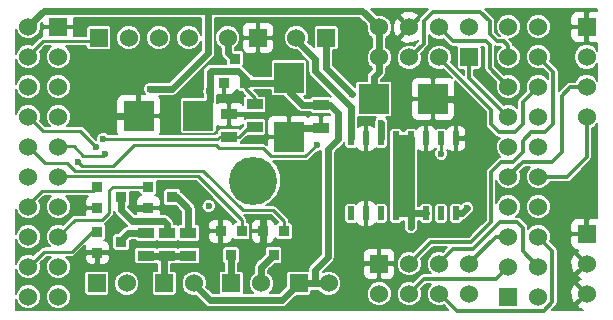
<source format=gtl>
G04 (created by PCBNEW (2013-may-18)-stable) date Вт 24 ноя 2015 00:04:13*
%MOIN*%
G04 Gerber Fmt 3.4, Leading zero omitted, Abs format*
%FSLAX34Y34*%
G01*
G70*
G90*
G04 APERTURE LIST*
%ADD10C,0.00590551*%
%ADD11R,0.06X0.06*%
%ADD12C,0.06*%
%ADD13R,0.036X0.036*%
%ADD14R,0.02X0.045*%
%ADD15R,0.055X0.035*%
%ADD16R,0.1004X0.0984*%
%ADD17R,0.0984X0.1004*%
%ADD18C,0.16*%
%ADD19C,0.023622*%
%ADD20C,0.023622*%
%ADD21C,0.011811*%
%ADD22C,0.01*%
%ADD23C,0.00787402*%
G04 APERTURE END LIST*
G54D10*
G54D11*
X29814Y-27322D03*
G54D12*
X30814Y-27322D03*
G54D13*
X31697Y-25584D03*
X32397Y-25584D03*
X32047Y-26384D03*
X27592Y-26294D03*
X27592Y-25594D03*
X28392Y-25944D03*
X33114Y-25584D03*
X33814Y-25584D03*
X33464Y-26384D03*
X29285Y-24798D03*
X29285Y-24098D03*
X30085Y-24448D03*
X27592Y-24798D03*
X27592Y-24098D03*
X28392Y-24448D03*
X32515Y-20636D03*
X31815Y-20636D03*
X32165Y-19836D03*
G54D14*
X36045Y-22490D03*
X37045Y-22490D03*
X37545Y-22490D03*
X38045Y-22490D03*
X38545Y-22490D03*
X39045Y-22490D03*
X39545Y-22490D03*
X39545Y-24990D03*
X39045Y-24990D03*
X38545Y-24990D03*
X38045Y-24990D03*
X37545Y-24990D03*
X37045Y-24990D03*
X36545Y-24990D03*
X36045Y-24990D03*
X36545Y-22490D03*
G54D15*
X29212Y-25648D03*
X29212Y-26398D03*
X30629Y-25648D03*
X30629Y-26398D03*
X29921Y-25648D03*
X29921Y-26398D03*
X35039Y-21376D03*
X35039Y-22126D03*
X32834Y-21357D03*
X32834Y-22107D03*
X31988Y-22441D03*
X31988Y-21691D03*
G54D11*
X36984Y-26665D03*
G54D12*
X36984Y-27665D03*
X37984Y-26665D03*
X37984Y-27665D03*
X38984Y-26665D03*
X38984Y-27665D03*
X39984Y-26665D03*
X39984Y-27665D03*
G54D11*
X39984Y-19791D03*
G54D12*
X39984Y-18791D03*
X38984Y-19791D03*
X38984Y-18791D03*
X37984Y-19791D03*
X37984Y-18791D03*
X36984Y-19791D03*
X36984Y-18791D03*
G54D11*
X27633Y-19133D03*
G54D12*
X28633Y-19133D03*
X29633Y-19133D03*
X30633Y-19133D03*
G54D11*
X43897Y-18775D03*
G54D12*
X43897Y-19775D03*
X43897Y-20775D03*
X43897Y-21775D03*
G54D11*
X43897Y-25673D03*
G54D12*
X43897Y-26673D03*
X43897Y-27673D03*
G54D11*
X27570Y-27322D03*
G54D12*
X28570Y-27322D03*
G54D11*
X35224Y-19133D03*
G54D12*
X34224Y-19133D03*
G54D11*
X32940Y-19133D03*
G54D12*
X31940Y-19133D03*
G54D11*
X32059Y-27322D03*
G54D12*
X33059Y-27322D03*
G54D11*
X34303Y-27322D03*
G54D12*
X35303Y-27322D03*
G54D16*
X30954Y-21732D03*
X28966Y-21732D03*
G54D17*
X33976Y-20462D03*
X33976Y-22450D03*
G54D16*
X36801Y-21181D03*
X38789Y-21181D03*
G54D18*
X32795Y-23897D03*
G54D11*
X26287Y-18767D03*
G54D12*
X25287Y-18767D03*
X26287Y-19767D03*
X25287Y-19767D03*
X26287Y-20767D03*
X25287Y-20767D03*
X26287Y-21767D03*
X25287Y-21767D03*
X26287Y-22767D03*
X25287Y-22767D03*
X26287Y-23767D03*
X25287Y-23767D03*
X26287Y-24767D03*
X25287Y-24767D03*
X26287Y-25767D03*
X25287Y-25767D03*
X26287Y-26767D03*
X25287Y-26767D03*
X26287Y-27767D03*
X25287Y-27767D03*
G54D11*
X41287Y-27767D03*
G54D12*
X42287Y-27767D03*
X41287Y-26767D03*
X42287Y-26767D03*
X41287Y-25767D03*
X42287Y-25767D03*
X41287Y-24767D03*
X42287Y-24767D03*
X41287Y-23767D03*
X42287Y-23767D03*
X41287Y-22767D03*
X42287Y-22767D03*
X41287Y-21767D03*
X42287Y-21767D03*
X41287Y-20767D03*
X42287Y-20767D03*
X41287Y-19767D03*
X42287Y-19767D03*
X41287Y-18767D03*
X42287Y-18767D03*
G54D19*
X31299Y-24744D03*
X29360Y-20846D03*
X29990Y-21732D03*
X29153Y-27952D03*
X25748Y-27244D03*
X27066Y-24783D03*
X27066Y-26299D03*
X27696Y-21712D03*
X27913Y-20748D03*
X32736Y-26318D03*
X39763Y-21496D03*
X28818Y-24763D03*
X33110Y-25157D03*
X36082Y-21003D03*
X37047Y-21968D03*
X39055Y-22992D03*
X39921Y-24822D03*
X27795Y-22519D03*
X34901Y-22716D03*
X26948Y-23267D03*
X27559Y-22775D03*
X27854Y-22992D03*
X31328Y-20925D03*
X35275Y-24192D03*
X38051Y-25452D03*
G54D20*
X31279Y-18228D02*
X31279Y-19635D01*
X30068Y-20846D02*
X29360Y-20846D01*
X31279Y-19635D02*
X30068Y-20846D01*
X36801Y-21181D02*
X36801Y-20442D01*
X36984Y-20259D02*
X36984Y-20141D01*
X36801Y-20442D02*
X36984Y-20259D01*
X35948Y-18228D02*
X36421Y-18228D01*
X30629Y-18228D02*
X31279Y-18228D01*
X31279Y-18228D02*
X35948Y-18228D01*
X36421Y-18228D02*
X36984Y-18791D01*
X36984Y-18791D02*
X36984Y-20141D01*
X36984Y-20141D02*
X36984Y-19791D01*
X25811Y-18228D02*
X25287Y-18751D01*
X30629Y-18228D02*
X25811Y-18228D01*
G54D21*
X27066Y-26299D02*
X27066Y-26791D01*
X26614Y-27244D02*
X25748Y-27244D01*
X27066Y-26791D02*
X26614Y-27244D01*
X27592Y-26294D02*
X27071Y-26294D01*
X27082Y-24798D02*
X27592Y-24798D01*
X27066Y-24783D02*
X27082Y-24798D01*
X27071Y-26294D02*
X27066Y-26299D01*
G54D20*
X27716Y-21732D02*
X27696Y-21712D01*
X28966Y-21732D02*
X27716Y-21732D01*
X33114Y-25584D02*
X33114Y-25940D01*
X33114Y-25940D02*
X32736Y-26318D01*
X38789Y-21181D02*
X39448Y-21181D01*
X39448Y-21181D02*
X39763Y-21496D01*
X35039Y-22126D02*
X34300Y-22126D01*
X34300Y-22126D02*
X33976Y-22450D01*
X29285Y-24798D02*
X28853Y-24798D01*
X28853Y-24798D02*
X28818Y-24763D01*
X33114Y-25584D02*
X33114Y-25161D01*
X33114Y-25161D02*
X33110Y-25157D01*
G54D22*
X25287Y-19751D02*
X25748Y-19291D01*
X27515Y-19251D02*
X27633Y-19133D01*
X25787Y-19251D02*
X27515Y-19251D01*
X25748Y-19291D02*
X25787Y-19251D01*
G54D20*
X36045Y-22490D02*
X36045Y-21438D01*
X34224Y-19204D02*
X34224Y-19133D01*
X34862Y-19842D02*
X34224Y-19204D01*
X34862Y-20255D02*
X34862Y-19842D01*
X36045Y-21438D02*
X34862Y-20255D01*
X37045Y-22490D02*
X37045Y-21970D01*
X35224Y-20145D02*
X35224Y-19133D01*
X36082Y-21003D02*
X35224Y-20145D01*
X37045Y-21970D02*
X37047Y-21968D01*
G54D22*
X39045Y-22490D02*
X39045Y-22982D01*
X39045Y-22982D02*
X39055Y-22992D01*
G54D21*
X39984Y-19791D02*
X39984Y-20464D01*
X39984Y-20464D02*
X41287Y-21767D01*
X38984Y-27665D02*
X39003Y-27665D01*
X42755Y-26236D02*
X42287Y-25767D01*
X42755Y-27952D02*
X42755Y-26236D01*
X42480Y-28228D02*
X42755Y-27952D01*
X39566Y-28228D02*
X42480Y-28228D01*
X39003Y-27665D02*
X39566Y-28228D01*
X39984Y-26665D02*
X39984Y-26649D01*
X40866Y-25767D02*
X41287Y-25767D01*
X39984Y-26649D02*
X40866Y-25767D01*
X37984Y-19791D02*
X38003Y-19791D01*
X41287Y-19397D02*
X41287Y-19767D01*
X41141Y-19251D02*
X41287Y-19397D01*
X40905Y-19251D02*
X41141Y-19251D01*
X40669Y-19015D02*
X40905Y-19251D01*
X40669Y-18582D02*
X40669Y-19015D01*
X40354Y-18267D02*
X40669Y-18582D01*
X38779Y-18267D02*
X40354Y-18267D01*
X38464Y-18582D02*
X38779Y-18267D01*
X38464Y-19330D02*
X38464Y-18582D01*
X38003Y-19791D02*
X38464Y-19330D01*
G54D20*
X39545Y-24990D02*
X39753Y-24990D01*
X39753Y-24990D02*
X39921Y-24822D01*
G54D21*
X38984Y-19791D02*
X38984Y-19811D01*
X41771Y-21283D02*
X42287Y-20767D01*
X41771Y-22007D02*
X41771Y-21283D01*
X41496Y-22283D02*
X41771Y-22007D01*
X40984Y-22283D02*
X41496Y-22283D01*
X40708Y-22007D02*
X40984Y-22283D01*
X40708Y-21535D02*
X40708Y-22007D01*
X38984Y-19811D02*
X40708Y-21535D01*
X38984Y-18791D02*
X38988Y-18791D01*
X40669Y-20149D02*
X41287Y-20767D01*
X40669Y-19370D02*
X40669Y-20149D01*
X40551Y-19251D02*
X40669Y-19370D01*
X39448Y-19251D02*
X40551Y-19251D01*
X38988Y-18791D02*
X39448Y-19251D01*
X41771Y-22559D02*
X42047Y-22283D01*
X37984Y-26661D02*
X38700Y-25944D01*
X38700Y-25944D02*
X40039Y-25944D01*
X40039Y-25944D02*
X40708Y-25275D01*
X40708Y-25275D02*
X40708Y-23622D01*
X40708Y-23622D02*
X41062Y-23267D01*
X41062Y-23267D02*
X41456Y-23267D01*
X41456Y-23267D02*
X41771Y-22952D01*
X41771Y-22952D02*
X41771Y-22559D01*
X42795Y-22007D02*
X42795Y-20275D01*
X42287Y-19767D02*
X42795Y-20275D01*
X37984Y-26661D02*
X37984Y-26665D01*
X42519Y-22283D02*
X42795Y-22007D01*
X42047Y-22283D02*
X42519Y-22283D01*
X37984Y-27665D02*
X38484Y-27165D01*
X40889Y-27165D02*
X41287Y-26767D01*
X38484Y-27165D02*
X40889Y-27165D01*
X38984Y-26665D02*
X38984Y-26645D01*
X41771Y-26251D02*
X42287Y-26767D01*
X41771Y-25472D02*
X41771Y-26251D01*
X41574Y-25275D02*
X41771Y-25472D01*
X41023Y-25275D02*
X41574Y-25275D01*
X40118Y-26181D02*
X41023Y-25275D01*
X39448Y-26181D02*
X40118Y-26181D01*
X38984Y-26645D02*
X39448Y-26181D01*
X42287Y-23767D02*
X43240Y-23767D01*
X43897Y-23110D02*
X43897Y-21775D01*
X43240Y-23767D02*
X43897Y-23110D01*
X41287Y-23767D02*
X41287Y-23751D01*
X43358Y-20775D02*
X43897Y-20775D01*
X43070Y-21062D02*
X43358Y-20775D01*
X43070Y-22952D02*
X43070Y-21062D01*
X42755Y-23267D02*
X43070Y-22952D01*
X41771Y-23267D02*
X42755Y-23267D01*
X41287Y-23751D02*
X41771Y-23267D01*
G54D22*
X31988Y-22441D02*
X32302Y-22441D01*
X32636Y-22107D02*
X32834Y-22107D01*
X32302Y-22441D02*
X32636Y-22107D01*
X31672Y-22441D02*
X31988Y-22441D01*
X31594Y-22519D02*
X31672Y-22441D01*
X31259Y-22519D02*
X31594Y-22519D01*
X31023Y-22519D02*
X31259Y-22519D01*
X30314Y-22519D02*
X31023Y-22519D01*
X27795Y-22519D02*
X30314Y-22519D01*
X26287Y-23751D02*
X30956Y-23751D01*
X32397Y-25192D02*
X32397Y-25584D01*
X30956Y-23751D02*
X32397Y-25192D01*
X26860Y-23573D02*
X27362Y-23573D01*
X25291Y-22751D02*
X25846Y-23307D01*
X25846Y-23307D02*
X26594Y-23307D01*
X26594Y-23307D02*
X26860Y-23573D01*
X33814Y-25584D02*
X33814Y-25251D01*
X25291Y-22751D02*
X25287Y-22751D01*
X33444Y-24881D02*
X33814Y-25251D01*
X32430Y-24881D02*
X33444Y-24881D01*
X31122Y-23573D02*
X32430Y-24881D01*
X31023Y-23573D02*
X31122Y-23573D01*
X27362Y-23573D02*
X31023Y-23573D01*
X26287Y-25751D02*
X26295Y-25751D01*
X28105Y-24098D02*
X29285Y-24098D01*
X27992Y-24212D02*
X28105Y-24098D01*
X27992Y-24960D02*
X27992Y-24212D01*
X27755Y-25196D02*
X27992Y-24960D01*
X26850Y-25196D02*
X27755Y-25196D01*
X26295Y-25751D02*
X26850Y-25196D01*
X26287Y-25751D02*
X26304Y-25751D01*
X25287Y-24751D02*
X25287Y-24712D01*
X27438Y-24251D02*
X27592Y-24098D01*
X25748Y-24251D02*
X27438Y-24251D01*
X25287Y-24712D02*
X25748Y-24251D01*
G54D20*
X29814Y-27322D02*
X29814Y-26504D01*
X29814Y-26504D02*
X29921Y-26398D01*
X29921Y-26398D02*
X30629Y-26398D01*
X29212Y-26398D02*
X29921Y-26398D01*
X28392Y-25944D02*
X28392Y-25859D01*
X28603Y-25648D02*
X29212Y-25648D01*
X28392Y-25859D02*
X28603Y-25648D01*
X30085Y-24448D02*
X30236Y-24448D01*
X30629Y-24842D02*
X30629Y-25648D01*
X30236Y-24448D02*
X30629Y-24842D01*
G54D22*
X28101Y-23394D02*
X28797Y-22698D01*
X28797Y-22698D02*
X31537Y-22698D01*
X31537Y-22698D02*
X31653Y-22814D01*
X31653Y-22814D02*
X33110Y-22814D01*
X33110Y-22814D02*
X33385Y-23090D01*
X33385Y-23090D02*
X34527Y-23090D01*
X34527Y-23090D02*
X34901Y-22716D01*
X26948Y-23267D02*
X27075Y-23394D01*
X27075Y-23394D02*
X28101Y-23394D01*
G54D20*
X29921Y-25648D02*
X29921Y-25354D01*
X28392Y-24888D02*
X28392Y-24448D01*
X28740Y-25236D02*
X28392Y-24888D01*
X29803Y-25236D02*
X28740Y-25236D01*
X29921Y-25354D02*
X29803Y-25236D01*
X32059Y-27322D02*
X32059Y-26396D01*
X32059Y-26396D02*
X32047Y-26384D01*
X33059Y-27322D02*
X33059Y-26789D01*
X33059Y-26789D02*
X33464Y-26384D01*
X31940Y-19133D02*
X31940Y-19633D01*
X32143Y-19836D02*
X32165Y-19836D01*
X31940Y-19633D02*
X32143Y-19836D01*
G54D22*
X25287Y-26751D02*
X25334Y-26751D01*
X27397Y-25594D02*
X27592Y-25594D01*
X26732Y-26259D02*
X27397Y-25594D01*
X25826Y-26259D02*
X26732Y-26259D01*
X25334Y-26751D02*
X25826Y-26259D01*
X25779Y-22244D02*
X25287Y-21751D01*
X27027Y-22244D02*
X25779Y-22244D01*
X27559Y-22775D02*
X27027Y-22244D01*
X26807Y-22751D02*
X26287Y-22751D01*
X27125Y-23070D02*
X26807Y-22751D01*
X27775Y-23070D02*
X27125Y-23070D01*
X27854Y-22992D02*
X27775Y-23070D01*
G54D20*
X31328Y-20925D02*
X31338Y-20925D01*
X31338Y-20925D02*
X31328Y-20925D01*
X31328Y-20925D02*
X31338Y-20925D01*
X37893Y-24990D02*
X37893Y-22647D01*
X37893Y-22647D02*
X37736Y-22490D01*
X37736Y-22490D02*
X37736Y-24842D01*
X37736Y-22490D02*
X38045Y-22490D01*
X37736Y-24842D02*
X37588Y-24990D01*
X37588Y-24990D02*
X37545Y-24990D01*
X37545Y-22490D02*
X37736Y-22490D01*
X37545Y-24990D02*
X37893Y-24990D01*
X37893Y-24990D02*
X38045Y-24990D01*
X31338Y-21230D02*
X30954Y-21614D01*
X31338Y-20551D02*
X31338Y-20925D01*
X31338Y-20925D02*
X31338Y-21230D01*
X38045Y-22490D02*
X38045Y-24990D01*
X37545Y-24990D02*
X37545Y-22490D01*
X30814Y-27322D02*
X30814Y-27350D01*
X33751Y-27874D02*
X34303Y-27322D01*
X31338Y-27874D02*
X33751Y-27874D01*
X30814Y-27350D02*
X31338Y-27874D01*
X35275Y-24192D02*
X35275Y-26456D01*
X34842Y-26889D02*
X34842Y-27322D01*
X35275Y-26456D02*
X34842Y-26889D01*
X35353Y-21376D02*
X35039Y-21376D01*
X35629Y-21653D02*
X35353Y-21376D01*
X35629Y-22500D02*
X35629Y-21653D01*
X35275Y-22854D02*
X35629Y-22500D01*
X35275Y-24192D02*
X35275Y-22854D01*
G54D22*
X32515Y-20636D02*
X32515Y-20822D01*
X32834Y-21141D02*
X32834Y-21357D01*
X32515Y-20822D02*
X32834Y-21141D01*
G54D20*
X33976Y-20462D02*
X33976Y-20925D01*
X33976Y-20925D02*
X34428Y-21376D01*
X34428Y-21376D02*
X35039Y-21376D01*
X38051Y-25452D02*
X38045Y-25446D01*
X38045Y-25446D02*
X38045Y-24990D01*
X32515Y-20636D02*
X33802Y-20636D01*
X33802Y-20636D02*
X33976Y-20462D01*
X38545Y-24990D02*
X38045Y-24990D01*
X32515Y-20636D02*
X32515Y-20468D01*
X31338Y-20275D02*
X31338Y-20551D01*
X31377Y-20236D02*
X31338Y-20275D01*
X32283Y-20236D02*
X31377Y-20236D01*
X32515Y-20468D02*
X32283Y-20236D01*
X34303Y-27322D02*
X34842Y-27322D01*
X34842Y-27322D02*
X35303Y-27322D01*
G54D10*
G36*
X27639Y-24838D02*
X27631Y-24838D01*
X27631Y-24846D01*
X27552Y-24846D01*
X27552Y-24838D01*
X27234Y-24838D01*
X27175Y-24897D01*
X27175Y-25025D01*
X27177Y-25028D01*
X26850Y-25028D01*
X26786Y-25041D01*
X26731Y-25077D01*
X26433Y-25375D01*
X26370Y-25349D01*
X26204Y-25349D01*
X26050Y-25413D01*
X25933Y-25530D01*
X25869Y-25684D01*
X25869Y-25850D01*
X25932Y-26004D01*
X26020Y-26091D01*
X25826Y-26091D01*
X25826Y-26091D01*
X25813Y-26094D01*
X25762Y-26104D01*
X25707Y-26140D01*
X25707Y-26140D01*
X25461Y-26387D01*
X25370Y-26349D01*
X25204Y-26349D01*
X25050Y-26413D01*
X24933Y-26530D01*
X24872Y-26677D01*
X24872Y-25857D01*
X24932Y-26004D01*
X25050Y-26121D01*
X25203Y-26185D01*
X25370Y-26185D01*
X25523Y-26122D01*
X25641Y-26004D01*
X25705Y-25851D01*
X25705Y-25684D01*
X25642Y-25531D01*
X25524Y-25413D01*
X25370Y-25349D01*
X25204Y-25349D01*
X25050Y-25413D01*
X24933Y-25530D01*
X24872Y-25677D01*
X24872Y-24857D01*
X24932Y-25004D01*
X25050Y-25121D01*
X25203Y-25185D01*
X25370Y-25185D01*
X25523Y-25122D01*
X25641Y-25004D01*
X25705Y-24851D01*
X25705Y-24684D01*
X25660Y-24576D01*
X25817Y-24420D01*
X26043Y-24420D01*
X25933Y-24530D01*
X25869Y-24684D01*
X25869Y-24850D01*
X25932Y-25004D01*
X26050Y-25121D01*
X26203Y-25185D01*
X26370Y-25185D01*
X26523Y-25122D01*
X26641Y-25004D01*
X26705Y-24851D01*
X26705Y-24684D01*
X26642Y-24531D01*
X26531Y-24420D01*
X27276Y-24420D01*
X27211Y-24485D01*
X27175Y-24572D01*
X27175Y-24700D01*
X27234Y-24759D01*
X27552Y-24759D01*
X27552Y-24751D01*
X27631Y-24751D01*
X27631Y-24759D01*
X27639Y-24759D01*
X27639Y-24838D01*
X27639Y-24838D01*
G37*
G54D23*
X27639Y-24838D02*
X27631Y-24838D01*
X27631Y-24846D01*
X27552Y-24846D01*
X27552Y-24838D01*
X27234Y-24838D01*
X27175Y-24897D01*
X27175Y-25025D01*
X27177Y-25028D01*
X26850Y-25028D01*
X26786Y-25041D01*
X26731Y-25077D01*
X26433Y-25375D01*
X26370Y-25349D01*
X26204Y-25349D01*
X26050Y-25413D01*
X25933Y-25530D01*
X25869Y-25684D01*
X25869Y-25850D01*
X25932Y-26004D01*
X26020Y-26091D01*
X25826Y-26091D01*
X25826Y-26091D01*
X25813Y-26094D01*
X25762Y-26104D01*
X25707Y-26140D01*
X25707Y-26140D01*
X25461Y-26387D01*
X25370Y-26349D01*
X25204Y-26349D01*
X25050Y-26413D01*
X24933Y-26530D01*
X24872Y-26677D01*
X24872Y-25857D01*
X24932Y-26004D01*
X25050Y-26121D01*
X25203Y-26185D01*
X25370Y-26185D01*
X25523Y-26122D01*
X25641Y-26004D01*
X25705Y-25851D01*
X25705Y-25684D01*
X25642Y-25531D01*
X25524Y-25413D01*
X25370Y-25349D01*
X25204Y-25349D01*
X25050Y-25413D01*
X24933Y-25530D01*
X24872Y-25677D01*
X24872Y-24857D01*
X24932Y-25004D01*
X25050Y-25121D01*
X25203Y-25185D01*
X25370Y-25185D01*
X25523Y-25122D01*
X25641Y-25004D01*
X25705Y-24851D01*
X25705Y-24684D01*
X25660Y-24576D01*
X25817Y-24420D01*
X26043Y-24420D01*
X25933Y-24530D01*
X25869Y-24684D01*
X25869Y-24850D01*
X25932Y-25004D01*
X26050Y-25121D01*
X26203Y-25185D01*
X26370Y-25185D01*
X26523Y-25122D01*
X26641Y-25004D01*
X26705Y-24851D01*
X26705Y-24684D01*
X26642Y-24531D01*
X26531Y-24420D01*
X27276Y-24420D01*
X27211Y-24485D01*
X27175Y-24572D01*
X27175Y-24700D01*
X27234Y-24759D01*
X27552Y-24759D01*
X27552Y-24751D01*
X27631Y-24751D01*
X27631Y-24759D01*
X27639Y-24759D01*
X27639Y-24838D01*
G54D10*
G36*
X36748Y-20161D02*
X36634Y-20275D01*
X36583Y-20352D01*
X36565Y-20442D01*
X36565Y-20570D01*
X36275Y-20570D01*
X36232Y-20588D01*
X36199Y-20622D01*
X36181Y-20665D01*
X36181Y-20712D01*
X36181Y-20768D01*
X35460Y-20047D01*
X35460Y-19551D01*
X35547Y-19551D01*
X35591Y-19534D01*
X35624Y-19500D01*
X35642Y-19457D01*
X35642Y-19410D01*
X35642Y-18810D01*
X35624Y-18767D01*
X35591Y-18733D01*
X35548Y-18715D01*
X35501Y-18715D01*
X34901Y-18715D01*
X34857Y-18733D01*
X34824Y-18766D01*
X34806Y-18810D01*
X34806Y-18857D01*
X34806Y-19452D01*
X34621Y-19267D01*
X34642Y-19217D01*
X34642Y-19051D01*
X34579Y-18897D01*
X34461Y-18779D01*
X34307Y-18715D01*
X34141Y-18715D01*
X33987Y-18779D01*
X33870Y-18896D01*
X33806Y-19050D01*
X33806Y-19216D01*
X33869Y-19370D01*
X33987Y-19488D01*
X34140Y-19551D01*
X34237Y-19551D01*
X34625Y-19940D01*
X34625Y-20255D01*
X34643Y-20346D01*
X34695Y-20422D01*
X35368Y-21096D01*
X35337Y-21083D01*
X35290Y-21083D01*
X34740Y-21083D01*
X34697Y-21101D01*
X34664Y-21134D01*
X34661Y-21140D01*
X34525Y-21140D01*
X34468Y-21082D01*
X34491Y-21082D01*
X34535Y-21064D01*
X34568Y-21031D01*
X34586Y-20988D01*
X34586Y-20941D01*
X34586Y-19937D01*
X34568Y-19893D01*
X34535Y-19860D01*
X34491Y-19842D01*
X34444Y-19842D01*
X33477Y-19842D01*
X33477Y-19387D01*
X33477Y-18880D01*
X33477Y-18786D01*
X33441Y-18699D01*
X33374Y-18633D01*
X33287Y-18597D01*
X33039Y-18597D01*
X32980Y-18656D01*
X32980Y-19094D01*
X33418Y-19094D01*
X33477Y-19035D01*
X33477Y-18880D01*
X33477Y-19387D01*
X33477Y-19232D01*
X33418Y-19173D01*
X32980Y-19173D01*
X32980Y-19611D01*
X33039Y-19670D01*
X33287Y-19670D01*
X33374Y-19634D01*
X33441Y-19567D01*
X33477Y-19481D01*
X33477Y-19387D01*
X33477Y-19842D01*
X33460Y-19842D01*
X33417Y-19860D01*
X33384Y-19893D01*
X33366Y-19937D01*
X33366Y-19984D01*
X33366Y-20400D01*
X32901Y-20400D01*
X32901Y-19611D01*
X32901Y-19173D01*
X32901Y-19094D01*
X32901Y-18656D01*
X32842Y-18597D01*
X32594Y-18597D01*
X32507Y-18633D01*
X32440Y-18699D01*
X32404Y-18786D01*
X32404Y-18880D01*
X32404Y-19035D01*
X32463Y-19094D01*
X32901Y-19094D01*
X32901Y-19173D01*
X32463Y-19173D01*
X32404Y-19232D01*
X32404Y-19387D01*
X32404Y-19481D01*
X32440Y-19567D01*
X32507Y-19634D01*
X32594Y-19670D01*
X32842Y-19670D01*
X32901Y-19611D01*
X32901Y-20400D01*
X32799Y-20400D01*
X32795Y-20389D01*
X32762Y-20356D01*
X32718Y-20338D01*
X32707Y-20338D01*
X32682Y-20301D01*
X32682Y-20301D01*
X32451Y-20069D01*
X32463Y-20039D01*
X32463Y-19992D01*
X32463Y-19632D01*
X32445Y-19589D01*
X32412Y-19556D01*
X32368Y-19538D01*
X32321Y-19538D01*
X32179Y-19538D01*
X32177Y-19536D01*
X32177Y-19488D01*
X32177Y-19488D01*
X32295Y-19371D01*
X32358Y-19217D01*
X32359Y-19051D01*
X32295Y-18897D01*
X32178Y-18779D01*
X32024Y-18715D01*
X31858Y-18715D01*
X31704Y-18779D01*
X31586Y-18896D01*
X31522Y-19050D01*
X31522Y-19216D01*
X31586Y-19370D01*
X31703Y-19488D01*
X31704Y-19488D01*
X31704Y-19633D01*
X31722Y-19724D01*
X31773Y-19800D01*
X31867Y-19894D01*
X31867Y-20000D01*
X31377Y-20000D01*
X31287Y-20017D01*
X31210Y-20069D01*
X31171Y-20108D01*
X31120Y-20185D01*
X31102Y-20275D01*
X31102Y-20551D01*
X31102Y-20854D01*
X31092Y-20878D01*
X31092Y-20971D01*
X31102Y-20995D01*
X31102Y-21122D01*
X30429Y-21122D01*
X30385Y-21140D01*
X30352Y-21173D01*
X30334Y-21216D01*
X30334Y-21263D01*
X30334Y-22247D01*
X30352Y-22291D01*
X30385Y-22324D01*
X30429Y-22342D01*
X30476Y-22342D01*
X31480Y-22342D01*
X31523Y-22324D01*
X31556Y-22291D01*
X31574Y-22247D01*
X31574Y-22200D01*
X31574Y-22062D01*
X31579Y-22067D01*
X31665Y-22103D01*
X31759Y-22103D01*
X31889Y-22103D01*
X31948Y-22044D01*
X31948Y-21731D01*
X31940Y-21731D01*
X31940Y-21652D01*
X31948Y-21652D01*
X31948Y-21339D01*
X31889Y-21280D01*
X31759Y-21280D01*
X31665Y-21280D01*
X31579Y-21316D01*
X31574Y-21321D01*
X31574Y-21230D01*
X31574Y-21230D01*
X31574Y-21230D01*
X31574Y-21230D01*
X31574Y-21046D01*
X31588Y-21052D01*
X31716Y-21052D01*
X31775Y-20993D01*
X31775Y-20675D01*
X31768Y-20675D01*
X31768Y-20596D01*
X31775Y-20596D01*
X31775Y-20588D01*
X31854Y-20588D01*
X31854Y-20596D01*
X31862Y-20596D01*
X31862Y-20675D01*
X31854Y-20675D01*
X31854Y-20993D01*
X31913Y-21052D01*
X32042Y-21052D01*
X32128Y-21016D01*
X32195Y-20950D01*
X32229Y-20868D01*
X32235Y-20883D01*
X32268Y-20916D01*
X32311Y-20934D01*
X32358Y-20934D01*
X32391Y-20934D01*
X32396Y-20941D01*
X32524Y-21069D01*
X32492Y-21082D01*
X32459Y-21115D01*
X32441Y-21158D01*
X32441Y-21205D01*
X32441Y-21361D01*
X32397Y-21316D01*
X32310Y-21280D01*
X32216Y-21280D01*
X32086Y-21280D01*
X32027Y-21339D01*
X32027Y-21652D01*
X32440Y-21652D01*
X32476Y-21616D01*
X32492Y-21632D01*
X32536Y-21650D01*
X32583Y-21650D01*
X33133Y-21650D01*
X33176Y-21632D01*
X33209Y-21599D01*
X33227Y-21555D01*
X33227Y-21508D01*
X33227Y-21158D01*
X33209Y-21115D01*
X33176Y-21082D01*
X33133Y-21064D01*
X33086Y-21064D01*
X32981Y-21064D01*
X32953Y-21022D01*
X32953Y-21022D01*
X32803Y-20872D01*
X33366Y-20872D01*
X33366Y-20988D01*
X33384Y-21031D01*
X33417Y-21064D01*
X33460Y-21082D01*
X33507Y-21082D01*
X33803Y-21082D01*
X33809Y-21092D01*
X34261Y-21544D01*
X34337Y-21595D01*
X34428Y-21613D01*
X34661Y-21613D01*
X34664Y-21618D01*
X34697Y-21652D01*
X34740Y-21670D01*
X34787Y-21670D01*
X35312Y-21670D01*
X35358Y-21715D01*
X35267Y-21715D01*
X35137Y-21715D01*
X35078Y-21774D01*
X35078Y-22087D01*
X35086Y-22087D01*
X35086Y-22166D01*
X35078Y-22166D01*
X35078Y-22174D01*
X35000Y-22174D01*
X35000Y-22166D01*
X34992Y-22166D01*
X34992Y-22087D01*
X35000Y-22087D01*
X35000Y-21774D01*
X34940Y-21715D01*
X34811Y-21715D01*
X34717Y-21715D01*
X34630Y-21751D01*
X34618Y-21764D01*
X34602Y-21748D01*
X34515Y-21712D01*
X34421Y-21712D01*
X34074Y-21712D01*
X34015Y-21771D01*
X34015Y-22411D01*
X34023Y-22411D01*
X34023Y-22490D01*
X34015Y-22490D01*
X34015Y-22497D01*
X33937Y-22497D01*
X33937Y-22490D01*
X33937Y-22411D01*
X33937Y-21771D01*
X33877Y-21712D01*
X33531Y-21712D01*
X33437Y-21712D01*
X33350Y-21748D01*
X33284Y-21815D01*
X33248Y-21901D01*
X33248Y-22352D01*
X33307Y-22411D01*
X33937Y-22411D01*
X33937Y-22490D01*
X33307Y-22490D01*
X33248Y-22549D01*
X33248Y-22715D01*
X33229Y-22696D01*
X33174Y-22659D01*
X33110Y-22646D01*
X33110Y-22646D01*
X32378Y-22646D01*
X32381Y-22640D01*
X32381Y-22593D01*
X32381Y-22587D01*
X32421Y-22560D01*
X32581Y-22400D01*
X32583Y-22400D01*
X33133Y-22400D01*
X33176Y-22382D01*
X33209Y-22349D01*
X33227Y-22305D01*
X33227Y-22258D01*
X33227Y-21908D01*
X33209Y-21865D01*
X33176Y-21832D01*
X33133Y-21814D01*
X33086Y-21814D01*
X32536Y-21814D01*
X32499Y-21829D01*
X32499Y-21790D01*
X32440Y-21731D01*
X32027Y-21731D01*
X32027Y-22044D01*
X32086Y-22103D01*
X32216Y-22103D01*
X32310Y-22103D01*
X32397Y-22067D01*
X32441Y-22022D01*
X32441Y-22064D01*
X32334Y-22171D01*
X32330Y-22166D01*
X32286Y-22148D01*
X32239Y-22148D01*
X31689Y-22148D01*
X31646Y-22166D01*
X31613Y-22199D01*
X31595Y-22243D01*
X31595Y-22290D01*
X31595Y-22295D01*
X31553Y-22323D01*
X31553Y-22323D01*
X31524Y-22351D01*
X31259Y-22351D01*
X31023Y-22351D01*
X30314Y-22351D01*
X29671Y-22351D01*
X29704Y-22271D01*
X29704Y-22177D01*
X29704Y-21830D01*
X29645Y-21771D01*
X29006Y-21771D01*
X29006Y-21779D01*
X28927Y-21779D01*
X28927Y-21771D01*
X28927Y-21692D01*
X28927Y-21063D01*
X28868Y-21004D01*
X28417Y-21004D01*
X28330Y-21039D01*
X28264Y-21106D01*
X28228Y-21193D01*
X28228Y-21287D01*
X28228Y-21633D01*
X28287Y-21692D01*
X28927Y-21692D01*
X28927Y-21771D01*
X28287Y-21771D01*
X28228Y-21830D01*
X28228Y-22177D01*
X28228Y-22271D01*
X28261Y-22351D01*
X27961Y-22351D01*
X27929Y-22319D01*
X27842Y-22283D01*
X27748Y-22283D01*
X27661Y-22319D01*
X27595Y-22385D01*
X27559Y-22472D01*
X27559Y-22537D01*
X27146Y-22125D01*
X27091Y-22088D01*
X27027Y-22075D01*
X27027Y-22075D01*
X26570Y-22075D01*
X26641Y-22004D01*
X26705Y-21851D01*
X26705Y-21684D01*
X26705Y-20684D01*
X26642Y-20531D01*
X26524Y-20413D01*
X26370Y-20349D01*
X26204Y-20349D01*
X26050Y-20413D01*
X25933Y-20530D01*
X25869Y-20684D01*
X25869Y-20850D01*
X25932Y-21004D01*
X26050Y-21121D01*
X26203Y-21185D01*
X26370Y-21185D01*
X26523Y-21122D01*
X26641Y-21004D01*
X26705Y-20851D01*
X26705Y-20684D01*
X26705Y-21684D01*
X26642Y-21531D01*
X26524Y-21413D01*
X26370Y-21349D01*
X26204Y-21349D01*
X26050Y-21413D01*
X25933Y-21530D01*
X25869Y-21684D01*
X25869Y-21850D01*
X25932Y-22004D01*
X26004Y-22075D01*
X25849Y-22075D01*
X25681Y-21908D01*
X25705Y-21851D01*
X25705Y-21684D01*
X25642Y-21531D01*
X25524Y-21413D01*
X25370Y-21349D01*
X25204Y-21349D01*
X25050Y-21413D01*
X24933Y-21530D01*
X24872Y-21677D01*
X24872Y-20857D01*
X24932Y-21004D01*
X25050Y-21121D01*
X25203Y-21185D01*
X25370Y-21185D01*
X25523Y-21122D01*
X25641Y-21004D01*
X25705Y-20851D01*
X25705Y-20684D01*
X25642Y-20531D01*
X25524Y-20413D01*
X25370Y-20349D01*
X25204Y-20349D01*
X25050Y-20413D01*
X24933Y-20530D01*
X24872Y-20677D01*
X24872Y-19857D01*
X24932Y-20004D01*
X25050Y-20121D01*
X25203Y-20185D01*
X25370Y-20185D01*
X25523Y-20122D01*
X25641Y-20004D01*
X25705Y-19851D01*
X25705Y-19684D01*
X25672Y-19604D01*
X25857Y-19420D01*
X26043Y-19420D01*
X25933Y-19530D01*
X25869Y-19684D01*
X25869Y-19850D01*
X25932Y-20004D01*
X26050Y-20121D01*
X26203Y-20185D01*
X26370Y-20185D01*
X26523Y-20122D01*
X26641Y-20004D01*
X26705Y-19851D01*
X26705Y-19684D01*
X26642Y-19531D01*
X26531Y-19420D01*
X27215Y-19420D01*
X27215Y-19457D01*
X27233Y-19500D01*
X27266Y-19533D01*
X27310Y-19551D01*
X27357Y-19551D01*
X27957Y-19551D01*
X28000Y-19534D01*
X28033Y-19500D01*
X28051Y-19457D01*
X28051Y-19410D01*
X28051Y-18810D01*
X28034Y-18767D01*
X28000Y-18733D01*
X27957Y-18715D01*
X27910Y-18715D01*
X27310Y-18715D01*
X27267Y-18733D01*
X27233Y-18766D01*
X27215Y-18810D01*
X27215Y-18857D01*
X27215Y-19083D01*
X26823Y-19083D01*
X26823Y-18866D01*
X26764Y-18807D01*
X26326Y-18807D01*
X26326Y-18814D01*
X26248Y-18814D01*
X26248Y-18807D01*
X25810Y-18807D01*
X25751Y-18866D01*
X25751Y-19091D01*
X25723Y-19096D01*
X25668Y-19133D01*
X25668Y-19133D01*
X25629Y-19172D01*
X25629Y-19172D01*
X25428Y-19373D01*
X25370Y-19349D01*
X25204Y-19349D01*
X25050Y-19413D01*
X24933Y-19530D01*
X24872Y-19677D01*
X24872Y-18857D01*
X24932Y-19004D01*
X25050Y-19121D01*
X25203Y-19185D01*
X25370Y-19185D01*
X25523Y-19122D01*
X25641Y-19004D01*
X25705Y-18851D01*
X25705Y-18684D01*
X25700Y-18672D01*
X25751Y-18622D01*
X25751Y-18669D01*
X25810Y-18728D01*
X26248Y-18728D01*
X26248Y-18720D01*
X26326Y-18720D01*
X26326Y-18728D01*
X26764Y-18728D01*
X26823Y-18669D01*
X26823Y-18464D01*
X30629Y-18464D01*
X31043Y-18464D01*
X31043Y-19029D01*
X30988Y-18897D01*
X30871Y-18779D01*
X30717Y-18715D01*
X30551Y-18715D01*
X30397Y-18779D01*
X30279Y-18896D01*
X30215Y-19050D01*
X30215Y-19216D01*
X30279Y-19370D01*
X30396Y-19488D01*
X30550Y-19551D01*
X30716Y-19552D01*
X30870Y-19488D01*
X30988Y-19371D01*
X31043Y-19238D01*
X31043Y-19537D01*
X30052Y-20529D01*
X30052Y-19051D01*
X29988Y-18897D01*
X29871Y-18779D01*
X29717Y-18715D01*
X29551Y-18715D01*
X29397Y-18779D01*
X29279Y-18896D01*
X29215Y-19050D01*
X29215Y-19216D01*
X29279Y-19370D01*
X29396Y-19488D01*
X29550Y-19551D01*
X29716Y-19552D01*
X29870Y-19488D01*
X29988Y-19371D01*
X30051Y-19217D01*
X30052Y-19051D01*
X30052Y-20529D01*
X29971Y-20610D01*
X29360Y-20610D01*
X29313Y-20610D01*
X29226Y-20646D01*
X29160Y-20712D01*
X29124Y-20799D01*
X29123Y-20893D01*
X29141Y-20936D01*
X29159Y-20980D01*
X29183Y-21004D01*
X29065Y-21004D01*
X29052Y-21017D01*
X29052Y-19051D01*
X28988Y-18897D01*
X28871Y-18779D01*
X28717Y-18715D01*
X28551Y-18715D01*
X28397Y-18779D01*
X28279Y-18896D01*
X28215Y-19050D01*
X28215Y-19216D01*
X28279Y-19370D01*
X28396Y-19488D01*
X28550Y-19551D01*
X28716Y-19552D01*
X28870Y-19488D01*
X28988Y-19371D01*
X29051Y-19217D01*
X29052Y-19051D01*
X29052Y-21017D01*
X29006Y-21063D01*
X29006Y-21692D01*
X29645Y-21692D01*
X29704Y-21633D01*
X29704Y-21287D01*
X29704Y-21193D01*
X29668Y-21106D01*
X29645Y-21082D01*
X30068Y-21082D01*
X30159Y-21064D01*
X30235Y-21013D01*
X31446Y-19802D01*
X31446Y-19802D01*
X31480Y-19751D01*
X31497Y-19726D01*
X31497Y-19726D01*
X31515Y-19635D01*
X31515Y-19635D01*
X31515Y-18464D01*
X35948Y-18464D01*
X36323Y-18464D01*
X36566Y-18707D01*
X36566Y-18707D01*
X36566Y-18874D01*
X36629Y-19027D01*
X36747Y-19145D01*
X36748Y-19145D01*
X36748Y-19436D01*
X36747Y-19436D01*
X36630Y-19554D01*
X36566Y-19707D01*
X36566Y-19874D01*
X36629Y-20027D01*
X36747Y-20145D01*
X36748Y-20145D01*
X36748Y-20161D01*
X36748Y-20161D01*
G37*
G54D23*
X36748Y-20161D02*
X36634Y-20275D01*
X36583Y-20352D01*
X36565Y-20442D01*
X36565Y-20570D01*
X36275Y-20570D01*
X36232Y-20588D01*
X36199Y-20622D01*
X36181Y-20665D01*
X36181Y-20712D01*
X36181Y-20768D01*
X35460Y-20047D01*
X35460Y-19551D01*
X35547Y-19551D01*
X35591Y-19534D01*
X35624Y-19500D01*
X35642Y-19457D01*
X35642Y-19410D01*
X35642Y-18810D01*
X35624Y-18767D01*
X35591Y-18733D01*
X35548Y-18715D01*
X35501Y-18715D01*
X34901Y-18715D01*
X34857Y-18733D01*
X34824Y-18766D01*
X34806Y-18810D01*
X34806Y-18857D01*
X34806Y-19452D01*
X34621Y-19267D01*
X34642Y-19217D01*
X34642Y-19051D01*
X34579Y-18897D01*
X34461Y-18779D01*
X34307Y-18715D01*
X34141Y-18715D01*
X33987Y-18779D01*
X33870Y-18896D01*
X33806Y-19050D01*
X33806Y-19216D01*
X33869Y-19370D01*
X33987Y-19488D01*
X34140Y-19551D01*
X34237Y-19551D01*
X34625Y-19940D01*
X34625Y-20255D01*
X34643Y-20346D01*
X34695Y-20422D01*
X35368Y-21096D01*
X35337Y-21083D01*
X35290Y-21083D01*
X34740Y-21083D01*
X34697Y-21101D01*
X34664Y-21134D01*
X34661Y-21140D01*
X34525Y-21140D01*
X34468Y-21082D01*
X34491Y-21082D01*
X34535Y-21064D01*
X34568Y-21031D01*
X34586Y-20988D01*
X34586Y-20941D01*
X34586Y-19937D01*
X34568Y-19893D01*
X34535Y-19860D01*
X34491Y-19842D01*
X34444Y-19842D01*
X33477Y-19842D01*
X33477Y-19387D01*
X33477Y-18880D01*
X33477Y-18786D01*
X33441Y-18699D01*
X33374Y-18633D01*
X33287Y-18597D01*
X33039Y-18597D01*
X32980Y-18656D01*
X32980Y-19094D01*
X33418Y-19094D01*
X33477Y-19035D01*
X33477Y-18880D01*
X33477Y-19387D01*
X33477Y-19232D01*
X33418Y-19173D01*
X32980Y-19173D01*
X32980Y-19611D01*
X33039Y-19670D01*
X33287Y-19670D01*
X33374Y-19634D01*
X33441Y-19567D01*
X33477Y-19481D01*
X33477Y-19387D01*
X33477Y-19842D01*
X33460Y-19842D01*
X33417Y-19860D01*
X33384Y-19893D01*
X33366Y-19937D01*
X33366Y-19984D01*
X33366Y-20400D01*
X32901Y-20400D01*
X32901Y-19611D01*
X32901Y-19173D01*
X32901Y-19094D01*
X32901Y-18656D01*
X32842Y-18597D01*
X32594Y-18597D01*
X32507Y-18633D01*
X32440Y-18699D01*
X32404Y-18786D01*
X32404Y-18880D01*
X32404Y-19035D01*
X32463Y-19094D01*
X32901Y-19094D01*
X32901Y-19173D01*
X32463Y-19173D01*
X32404Y-19232D01*
X32404Y-19387D01*
X32404Y-19481D01*
X32440Y-19567D01*
X32507Y-19634D01*
X32594Y-19670D01*
X32842Y-19670D01*
X32901Y-19611D01*
X32901Y-20400D01*
X32799Y-20400D01*
X32795Y-20389D01*
X32762Y-20356D01*
X32718Y-20338D01*
X32707Y-20338D01*
X32682Y-20301D01*
X32682Y-20301D01*
X32451Y-20069D01*
X32463Y-20039D01*
X32463Y-19992D01*
X32463Y-19632D01*
X32445Y-19589D01*
X32412Y-19556D01*
X32368Y-19538D01*
X32321Y-19538D01*
X32179Y-19538D01*
X32177Y-19536D01*
X32177Y-19488D01*
X32177Y-19488D01*
X32295Y-19371D01*
X32358Y-19217D01*
X32359Y-19051D01*
X32295Y-18897D01*
X32178Y-18779D01*
X32024Y-18715D01*
X31858Y-18715D01*
X31704Y-18779D01*
X31586Y-18896D01*
X31522Y-19050D01*
X31522Y-19216D01*
X31586Y-19370D01*
X31703Y-19488D01*
X31704Y-19488D01*
X31704Y-19633D01*
X31722Y-19724D01*
X31773Y-19800D01*
X31867Y-19894D01*
X31867Y-20000D01*
X31377Y-20000D01*
X31287Y-20017D01*
X31210Y-20069D01*
X31171Y-20108D01*
X31120Y-20185D01*
X31102Y-20275D01*
X31102Y-20551D01*
X31102Y-20854D01*
X31092Y-20878D01*
X31092Y-20971D01*
X31102Y-20995D01*
X31102Y-21122D01*
X30429Y-21122D01*
X30385Y-21140D01*
X30352Y-21173D01*
X30334Y-21216D01*
X30334Y-21263D01*
X30334Y-22247D01*
X30352Y-22291D01*
X30385Y-22324D01*
X30429Y-22342D01*
X30476Y-22342D01*
X31480Y-22342D01*
X31523Y-22324D01*
X31556Y-22291D01*
X31574Y-22247D01*
X31574Y-22200D01*
X31574Y-22062D01*
X31579Y-22067D01*
X31665Y-22103D01*
X31759Y-22103D01*
X31889Y-22103D01*
X31948Y-22044D01*
X31948Y-21731D01*
X31940Y-21731D01*
X31940Y-21652D01*
X31948Y-21652D01*
X31948Y-21339D01*
X31889Y-21280D01*
X31759Y-21280D01*
X31665Y-21280D01*
X31579Y-21316D01*
X31574Y-21321D01*
X31574Y-21230D01*
X31574Y-21230D01*
X31574Y-21230D01*
X31574Y-21230D01*
X31574Y-21046D01*
X31588Y-21052D01*
X31716Y-21052D01*
X31775Y-20993D01*
X31775Y-20675D01*
X31768Y-20675D01*
X31768Y-20596D01*
X31775Y-20596D01*
X31775Y-20588D01*
X31854Y-20588D01*
X31854Y-20596D01*
X31862Y-20596D01*
X31862Y-20675D01*
X31854Y-20675D01*
X31854Y-20993D01*
X31913Y-21052D01*
X32042Y-21052D01*
X32128Y-21016D01*
X32195Y-20950D01*
X32229Y-20868D01*
X32235Y-20883D01*
X32268Y-20916D01*
X32311Y-20934D01*
X32358Y-20934D01*
X32391Y-20934D01*
X32396Y-20941D01*
X32524Y-21069D01*
X32492Y-21082D01*
X32459Y-21115D01*
X32441Y-21158D01*
X32441Y-21205D01*
X32441Y-21361D01*
X32397Y-21316D01*
X32310Y-21280D01*
X32216Y-21280D01*
X32086Y-21280D01*
X32027Y-21339D01*
X32027Y-21652D01*
X32440Y-21652D01*
X32476Y-21616D01*
X32492Y-21632D01*
X32536Y-21650D01*
X32583Y-21650D01*
X33133Y-21650D01*
X33176Y-21632D01*
X33209Y-21599D01*
X33227Y-21555D01*
X33227Y-21508D01*
X33227Y-21158D01*
X33209Y-21115D01*
X33176Y-21082D01*
X33133Y-21064D01*
X33086Y-21064D01*
X32981Y-21064D01*
X32953Y-21022D01*
X32953Y-21022D01*
X32803Y-20872D01*
X33366Y-20872D01*
X33366Y-20988D01*
X33384Y-21031D01*
X33417Y-21064D01*
X33460Y-21082D01*
X33507Y-21082D01*
X33803Y-21082D01*
X33809Y-21092D01*
X34261Y-21544D01*
X34337Y-21595D01*
X34428Y-21613D01*
X34661Y-21613D01*
X34664Y-21618D01*
X34697Y-21652D01*
X34740Y-21670D01*
X34787Y-21670D01*
X35312Y-21670D01*
X35358Y-21715D01*
X35267Y-21715D01*
X35137Y-21715D01*
X35078Y-21774D01*
X35078Y-22087D01*
X35086Y-22087D01*
X35086Y-22166D01*
X35078Y-22166D01*
X35078Y-22174D01*
X35000Y-22174D01*
X35000Y-22166D01*
X34992Y-22166D01*
X34992Y-22087D01*
X35000Y-22087D01*
X35000Y-21774D01*
X34940Y-21715D01*
X34811Y-21715D01*
X34717Y-21715D01*
X34630Y-21751D01*
X34618Y-21764D01*
X34602Y-21748D01*
X34515Y-21712D01*
X34421Y-21712D01*
X34074Y-21712D01*
X34015Y-21771D01*
X34015Y-22411D01*
X34023Y-22411D01*
X34023Y-22490D01*
X34015Y-22490D01*
X34015Y-22497D01*
X33937Y-22497D01*
X33937Y-22490D01*
X33937Y-22411D01*
X33937Y-21771D01*
X33877Y-21712D01*
X33531Y-21712D01*
X33437Y-21712D01*
X33350Y-21748D01*
X33284Y-21815D01*
X33248Y-21901D01*
X33248Y-22352D01*
X33307Y-22411D01*
X33937Y-22411D01*
X33937Y-22490D01*
X33307Y-22490D01*
X33248Y-22549D01*
X33248Y-22715D01*
X33229Y-22696D01*
X33174Y-22659D01*
X33110Y-22646D01*
X33110Y-22646D01*
X32378Y-22646D01*
X32381Y-22640D01*
X32381Y-22593D01*
X32381Y-22587D01*
X32421Y-22560D01*
X32581Y-22400D01*
X32583Y-22400D01*
X33133Y-22400D01*
X33176Y-22382D01*
X33209Y-22349D01*
X33227Y-22305D01*
X33227Y-22258D01*
X33227Y-21908D01*
X33209Y-21865D01*
X33176Y-21832D01*
X33133Y-21814D01*
X33086Y-21814D01*
X32536Y-21814D01*
X32499Y-21829D01*
X32499Y-21790D01*
X32440Y-21731D01*
X32027Y-21731D01*
X32027Y-22044D01*
X32086Y-22103D01*
X32216Y-22103D01*
X32310Y-22103D01*
X32397Y-22067D01*
X32441Y-22022D01*
X32441Y-22064D01*
X32334Y-22171D01*
X32330Y-22166D01*
X32286Y-22148D01*
X32239Y-22148D01*
X31689Y-22148D01*
X31646Y-22166D01*
X31613Y-22199D01*
X31595Y-22243D01*
X31595Y-22290D01*
X31595Y-22295D01*
X31553Y-22323D01*
X31553Y-22323D01*
X31524Y-22351D01*
X31259Y-22351D01*
X31023Y-22351D01*
X30314Y-22351D01*
X29671Y-22351D01*
X29704Y-22271D01*
X29704Y-22177D01*
X29704Y-21830D01*
X29645Y-21771D01*
X29006Y-21771D01*
X29006Y-21779D01*
X28927Y-21779D01*
X28927Y-21771D01*
X28927Y-21692D01*
X28927Y-21063D01*
X28868Y-21004D01*
X28417Y-21004D01*
X28330Y-21039D01*
X28264Y-21106D01*
X28228Y-21193D01*
X28228Y-21287D01*
X28228Y-21633D01*
X28287Y-21692D01*
X28927Y-21692D01*
X28927Y-21771D01*
X28287Y-21771D01*
X28228Y-21830D01*
X28228Y-22177D01*
X28228Y-22271D01*
X28261Y-22351D01*
X27961Y-22351D01*
X27929Y-22319D01*
X27842Y-22283D01*
X27748Y-22283D01*
X27661Y-22319D01*
X27595Y-22385D01*
X27559Y-22472D01*
X27559Y-22537D01*
X27146Y-22125D01*
X27091Y-22088D01*
X27027Y-22075D01*
X27027Y-22075D01*
X26570Y-22075D01*
X26641Y-22004D01*
X26705Y-21851D01*
X26705Y-21684D01*
X26705Y-20684D01*
X26642Y-20531D01*
X26524Y-20413D01*
X26370Y-20349D01*
X26204Y-20349D01*
X26050Y-20413D01*
X25933Y-20530D01*
X25869Y-20684D01*
X25869Y-20850D01*
X25932Y-21004D01*
X26050Y-21121D01*
X26203Y-21185D01*
X26370Y-21185D01*
X26523Y-21122D01*
X26641Y-21004D01*
X26705Y-20851D01*
X26705Y-20684D01*
X26705Y-21684D01*
X26642Y-21531D01*
X26524Y-21413D01*
X26370Y-21349D01*
X26204Y-21349D01*
X26050Y-21413D01*
X25933Y-21530D01*
X25869Y-21684D01*
X25869Y-21850D01*
X25932Y-22004D01*
X26004Y-22075D01*
X25849Y-22075D01*
X25681Y-21908D01*
X25705Y-21851D01*
X25705Y-21684D01*
X25642Y-21531D01*
X25524Y-21413D01*
X25370Y-21349D01*
X25204Y-21349D01*
X25050Y-21413D01*
X24933Y-21530D01*
X24872Y-21677D01*
X24872Y-20857D01*
X24932Y-21004D01*
X25050Y-21121D01*
X25203Y-21185D01*
X25370Y-21185D01*
X25523Y-21122D01*
X25641Y-21004D01*
X25705Y-20851D01*
X25705Y-20684D01*
X25642Y-20531D01*
X25524Y-20413D01*
X25370Y-20349D01*
X25204Y-20349D01*
X25050Y-20413D01*
X24933Y-20530D01*
X24872Y-20677D01*
X24872Y-19857D01*
X24932Y-20004D01*
X25050Y-20121D01*
X25203Y-20185D01*
X25370Y-20185D01*
X25523Y-20122D01*
X25641Y-20004D01*
X25705Y-19851D01*
X25705Y-19684D01*
X25672Y-19604D01*
X25857Y-19420D01*
X26043Y-19420D01*
X25933Y-19530D01*
X25869Y-19684D01*
X25869Y-19850D01*
X25932Y-20004D01*
X26050Y-20121D01*
X26203Y-20185D01*
X26370Y-20185D01*
X26523Y-20122D01*
X26641Y-20004D01*
X26705Y-19851D01*
X26705Y-19684D01*
X26642Y-19531D01*
X26531Y-19420D01*
X27215Y-19420D01*
X27215Y-19457D01*
X27233Y-19500D01*
X27266Y-19533D01*
X27310Y-19551D01*
X27357Y-19551D01*
X27957Y-19551D01*
X28000Y-19534D01*
X28033Y-19500D01*
X28051Y-19457D01*
X28051Y-19410D01*
X28051Y-18810D01*
X28034Y-18767D01*
X28000Y-18733D01*
X27957Y-18715D01*
X27910Y-18715D01*
X27310Y-18715D01*
X27267Y-18733D01*
X27233Y-18766D01*
X27215Y-18810D01*
X27215Y-18857D01*
X27215Y-19083D01*
X26823Y-19083D01*
X26823Y-18866D01*
X26764Y-18807D01*
X26326Y-18807D01*
X26326Y-18814D01*
X26248Y-18814D01*
X26248Y-18807D01*
X25810Y-18807D01*
X25751Y-18866D01*
X25751Y-19091D01*
X25723Y-19096D01*
X25668Y-19133D01*
X25668Y-19133D01*
X25629Y-19172D01*
X25629Y-19172D01*
X25428Y-19373D01*
X25370Y-19349D01*
X25204Y-19349D01*
X25050Y-19413D01*
X24933Y-19530D01*
X24872Y-19677D01*
X24872Y-18857D01*
X24932Y-19004D01*
X25050Y-19121D01*
X25203Y-19185D01*
X25370Y-19185D01*
X25523Y-19122D01*
X25641Y-19004D01*
X25705Y-18851D01*
X25705Y-18684D01*
X25700Y-18672D01*
X25751Y-18622D01*
X25751Y-18669D01*
X25810Y-18728D01*
X26248Y-18728D01*
X26248Y-18720D01*
X26326Y-18720D01*
X26326Y-18728D01*
X26764Y-18728D01*
X26823Y-18669D01*
X26823Y-18464D01*
X30629Y-18464D01*
X31043Y-18464D01*
X31043Y-19029D01*
X30988Y-18897D01*
X30871Y-18779D01*
X30717Y-18715D01*
X30551Y-18715D01*
X30397Y-18779D01*
X30279Y-18896D01*
X30215Y-19050D01*
X30215Y-19216D01*
X30279Y-19370D01*
X30396Y-19488D01*
X30550Y-19551D01*
X30716Y-19552D01*
X30870Y-19488D01*
X30988Y-19371D01*
X31043Y-19238D01*
X31043Y-19537D01*
X30052Y-20529D01*
X30052Y-19051D01*
X29988Y-18897D01*
X29871Y-18779D01*
X29717Y-18715D01*
X29551Y-18715D01*
X29397Y-18779D01*
X29279Y-18896D01*
X29215Y-19050D01*
X29215Y-19216D01*
X29279Y-19370D01*
X29396Y-19488D01*
X29550Y-19551D01*
X29716Y-19552D01*
X29870Y-19488D01*
X29988Y-19371D01*
X30051Y-19217D01*
X30052Y-19051D01*
X30052Y-20529D01*
X29971Y-20610D01*
X29360Y-20610D01*
X29313Y-20610D01*
X29226Y-20646D01*
X29160Y-20712D01*
X29124Y-20799D01*
X29123Y-20893D01*
X29141Y-20936D01*
X29159Y-20980D01*
X29183Y-21004D01*
X29065Y-21004D01*
X29052Y-21017D01*
X29052Y-19051D01*
X28988Y-18897D01*
X28871Y-18779D01*
X28717Y-18715D01*
X28551Y-18715D01*
X28397Y-18779D01*
X28279Y-18896D01*
X28215Y-19050D01*
X28215Y-19216D01*
X28279Y-19370D01*
X28396Y-19488D01*
X28550Y-19551D01*
X28716Y-19552D01*
X28870Y-19488D01*
X28988Y-19371D01*
X29051Y-19217D01*
X29052Y-19051D01*
X29052Y-21017D01*
X29006Y-21063D01*
X29006Y-21692D01*
X29645Y-21692D01*
X29704Y-21633D01*
X29704Y-21287D01*
X29704Y-21193D01*
X29668Y-21106D01*
X29645Y-21082D01*
X30068Y-21082D01*
X30159Y-21064D01*
X30235Y-21013D01*
X31446Y-19802D01*
X31446Y-19802D01*
X31480Y-19751D01*
X31497Y-19726D01*
X31497Y-19726D01*
X31515Y-19635D01*
X31515Y-19635D01*
X31515Y-18464D01*
X35948Y-18464D01*
X36323Y-18464D01*
X36566Y-18707D01*
X36566Y-18707D01*
X36566Y-18874D01*
X36629Y-19027D01*
X36747Y-19145D01*
X36748Y-19145D01*
X36748Y-19436D01*
X36747Y-19436D01*
X36630Y-19554D01*
X36566Y-19707D01*
X36566Y-19874D01*
X36629Y-20027D01*
X36747Y-20145D01*
X36748Y-20145D01*
X36748Y-20161D01*
G54D10*
G36*
X41026Y-23097D02*
X40995Y-23104D01*
X40937Y-23142D01*
X40583Y-23496D01*
X40544Y-23554D01*
X40531Y-23622D01*
X40531Y-25202D01*
X40157Y-25576D01*
X40157Y-24776D01*
X40121Y-24689D01*
X40055Y-24622D01*
X39968Y-24586D01*
X39881Y-24586D01*
X39881Y-22668D01*
X39881Y-22311D01*
X39881Y-22217D01*
X39845Y-22131D01*
X39778Y-22064D01*
X39692Y-22028D01*
X39643Y-22028D01*
X39584Y-22087D01*
X39584Y-22450D01*
X39822Y-22450D01*
X39881Y-22391D01*
X39881Y-22311D01*
X39881Y-22668D01*
X39881Y-22588D01*
X39822Y-22529D01*
X39584Y-22529D01*
X39584Y-22892D01*
X39643Y-22951D01*
X39692Y-22951D01*
X39778Y-22915D01*
X39845Y-22849D01*
X39881Y-22762D01*
X39881Y-22668D01*
X39881Y-24586D01*
X39874Y-24586D01*
X39787Y-24622D01*
X39728Y-24681D01*
X39712Y-24665D01*
X39668Y-24647D01*
X39621Y-24647D01*
X39527Y-24647D01*
X39527Y-21626D01*
X39527Y-21279D01*
X39468Y-21220D01*
X38828Y-21220D01*
X38828Y-21850D01*
X38887Y-21909D01*
X39338Y-21909D01*
X39424Y-21873D01*
X39491Y-21807D01*
X39527Y-21720D01*
X39527Y-21626D01*
X39527Y-24647D01*
X39505Y-24647D01*
X39505Y-22892D01*
X39505Y-22529D01*
X39498Y-22529D01*
X39498Y-22450D01*
X39505Y-22450D01*
X39505Y-22087D01*
X39446Y-22028D01*
X39398Y-22028D01*
X39311Y-22064D01*
X39245Y-22131D01*
X39225Y-22178D01*
X39212Y-22165D01*
X39168Y-22147D01*
X39121Y-22147D01*
X38921Y-22147D01*
X38878Y-22164D01*
X38865Y-22178D01*
X38845Y-22131D01*
X38778Y-22064D01*
X38749Y-22052D01*
X38749Y-21850D01*
X38749Y-21220D01*
X38749Y-21141D01*
X38749Y-20511D01*
X38690Y-20452D01*
X38240Y-20452D01*
X38153Y-20488D01*
X38087Y-20555D01*
X38051Y-20641D01*
X38051Y-20735D01*
X38051Y-21082D01*
X38110Y-21141D01*
X38749Y-21141D01*
X38749Y-21220D01*
X38110Y-21220D01*
X38051Y-21279D01*
X38051Y-21626D01*
X38051Y-21720D01*
X38087Y-21807D01*
X38153Y-21873D01*
X38240Y-21909D01*
X38690Y-21909D01*
X38749Y-21850D01*
X38749Y-22052D01*
X38692Y-22028D01*
X38643Y-22028D01*
X38584Y-22087D01*
X38584Y-22450D01*
X38592Y-22450D01*
X38592Y-22529D01*
X38584Y-22529D01*
X38584Y-22892D01*
X38643Y-22951D01*
X38692Y-22951D01*
X38778Y-22915D01*
X38845Y-22849D01*
X38865Y-22801D01*
X38877Y-22814D01*
X38877Y-22835D01*
X38854Y-22858D01*
X38818Y-22944D01*
X38818Y-23038D01*
X38854Y-23125D01*
X38921Y-23192D01*
X39007Y-23228D01*
X39101Y-23228D01*
X39188Y-23192D01*
X39255Y-23126D01*
X39291Y-23039D01*
X39291Y-22945D01*
X39256Y-22860D01*
X39311Y-22915D01*
X39398Y-22951D01*
X39446Y-22951D01*
X39505Y-22892D01*
X39505Y-24647D01*
X39421Y-24647D01*
X39378Y-24664D01*
X39345Y-24698D01*
X39327Y-24741D01*
X39327Y-24788D01*
X39327Y-24899D01*
X39327Y-24899D01*
X39309Y-24990D01*
X39327Y-25080D01*
X39327Y-25080D01*
X39327Y-25238D01*
X39345Y-25281D01*
X39378Y-25315D01*
X39421Y-25333D01*
X39468Y-25333D01*
X39668Y-25333D01*
X39712Y-25315D01*
X39745Y-25282D01*
X39763Y-25238D01*
X39763Y-25224D01*
X39844Y-25208D01*
X39920Y-25157D01*
X40088Y-24989D01*
X40088Y-24989D01*
X40121Y-24956D01*
X40139Y-24913D01*
X40157Y-24870D01*
X40157Y-24776D01*
X40157Y-25576D01*
X39965Y-25767D01*
X39263Y-25767D01*
X39263Y-25191D01*
X39263Y-24741D01*
X39245Y-24698D01*
X39212Y-24665D01*
X39168Y-24647D01*
X39121Y-24647D01*
X38921Y-24647D01*
X38878Y-24664D01*
X38845Y-24698D01*
X38827Y-24741D01*
X38827Y-24788D01*
X38827Y-25238D01*
X38845Y-25281D01*
X38878Y-25315D01*
X38921Y-25333D01*
X38968Y-25333D01*
X39168Y-25333D01*
X39212Y-25315D01*
X39245Y-25282D01*
X39263Y-25238D01*
X39263Y-25191D01*
X39263Y-25767D01*
X38781Y-25767D01*
X38781Y-24990D01*
X38763Y-24899D01*
X38763Y-24899D01*
X38763Y-24741D01*
X38745Y-24698D01*
X38712Y-24665D01*
X38668Y-24647D01*
X38621Y-24647D01*
X38421Y-24647D01*
X38378Y-24664D01*
X38345Y-24698D01*
X38327Y-24741D01*
X38327Y-24753D01*
X38281Y-24753D01*
X38281Y-22885D01*
X38311Y-22915D01*
X38398Y-22951D01*
X38446Y-22951D01*
X38505Y-22892D01*
X38505Y-22529D01*
X38498Y-22529D01*
X38498Y-22450D01*
X38505Y-22450D01*
X38505Y-22087D01*
X38446Y-22028D01*
X38398Y-22028D01*
X38311Y-22064D01*
X38245Y-22131D01*
X38225Y-22178D01*
X38212Y-22165D01*
X38168Y-22147D01*
X38121Y-22147D01*
X37921Y-22147D01*
X37878Y-22164D01*
X37845Y-22198D01*
X37827Y-22241D01*
X37827Y-22253D01*
X37763Y-22253D01*
X37763Y-22241D01*
X37745Y-22198D01*
X37712Y-22165D01*
X37668Y-22147D01*
X37621Y-22147D01*
X37421Y-22147D01*
X37378Y-22164D01*
X37345Y-22198D01*
X37327Y-22241D01*
X37327Y-22288D01*
X37327Y-22399D01*
X37327Y-22399D01*
X37309Y-22490D01*
X37309Y-24990D01*
X37327Y-25080D01*
X37327Y-25080D01*
X37327Y-25238D01*
X37345Y-25281D01*
X37378Y-25315D01*
X37421Y-25333D01*
X37468Y-25333D01*
X37668Y-25333D01*
X37712Y-25315D01*
X37745Y-25282D01*
X37763Y-25238D01*
X37763Y-25226D01*
X37809Y-25226D01*
X37809Y-25446D01*
X37814Y-25476D01*
X37814Y-25499D01*
X37823Y-25521D01*
X37827Y-25537D01*
X37836Y-25550D01*
X37850Y-25586D01*
X37878Y-25613D01*
X37878Y-25613D01*
X37883Y-25619D01*
X37917Y-25652D01*
X37960Y-25670D01*
X38003Y-25688D01*
X38051Y-25688D01*
X38097Y-25689D01*
X38141Y-25670D01*
X38184Y-25653D01*
X38218Y-25619D01*
X38251Y-25586D01*
X38269Y-25543D01*
X38287Y-25499D01*
X38287Y-25452D01*
X38287Y-25405D01*
X38281Y-25391D01*
X38281Y-25226D01*
X38327Y-25226D01*
X38327Y-25238D01*
X38345Y-25281D01*
X38378Y-25315D01*
X38421Y-25333D01*
X38468Y-25333D01*
X38668Y-25333D01*
X38712Y-25315D01*
X38745Y-25282D01*
X38763Y-25238D01*
X38763Y-25191D01*
X38763Y-25080D01*
X38763Y-25080D01*
X38781Y-24990D01*
X38781Y-25767D01*
X38700Y-25767D01*
X38632Y-25781D01*
X38575Y-25819D01*
X38124Y-26270D01*
X38067Y-26247D01*
X37901Y-26247D01*
X37747Y-26310D01*
X37630Y-26428D01*
X37566Y-26581D01*
X37566Y-26748D01*
X37629Y-26901D01*
X37747Y-27019D01*
X37900Y-27083D01*
X38067Y-27083D01*
X38220Y-27020D01*
X38338Y-26902D01*
X38402Y-26748D01*
X38402Y-26582D01*
X38376Y-26519D01*
X38774Y-26122D01*
X39257Y-26122D01*
X39113Y-26266D01*
X39067Y-26247D01*
X38901Y-26247D01*
X38747Y-26310D01*
X38630Y-26428D01*
X38566Y-26581D01*
X38566Y-26748D01*
X38629Y-26901D01*
X38715Y-26988D01*
X38484Y-26988D01*
X38416Y-27001D01*
X38358Y-27040D01*
X38127Y-27271D01*
X38067Y-27247D01*
X37901Y-27247D01*
X37747Y-27310D01*
X37630Y-27428D01*
X37566Y-27581D01*
X37566Y-27748D01*
X37629Y-27901D01*
X37747Y-28019D01*
X37900Y-28083D01*
X38067Y-28083D01*
X38220Y-28020D01*
X38338Y-27902D01*
X38402Y-27748D01*
X38402Y-27582D01*
X38377Y-27522D01*
X38557Y-27342D01*
X38715Y-27342D01*
X38630Y-27428D01*
X38566Y-27581D01*
X38566Y-27748D01*
X38629Y-27901D01*
X38747Y-28019D01*
X38900Y-28083D01*
X39067Y-28083D01*
X39141Y-28052D01*
X39286Y-28198D01*
X37520Y-28198D01*
X37520Y-26918D01*
X37520Y-26412D01*
X37520Y-26318D01*
X37484Y-26231D01*
X37417Y-26164D01*
X37331Y-26129D01*
X37263Y-26129D01*
X37263Y-25191D01*
X37263Y-24741D01*
X37245Y-24698D01*
X37212Y-24665D01*
X37168Y-24647D01*
X37121Y-24647D01*
X36921Y-24647D01*
X36878Y-24664D01*
X36865Y-24678D01*
X36845Y-24631D01*
X36778Y-24564D01*
X36692Y-24528D01*
X36643Y-24528D01*
X36584Y-24587D01*
X36584Y-24950D01*
X36592Y-24950D01*
X36592Y-25029D01*
X36584Y-25029D01*
X36584Y-25392D01*
X36643Y-25451D01*
X36692Y-25451D01*
X36778Y-25415D01*
X36845Y-25349D01*
X36865Y-25301D01*
X36878Y-25315D01*
X36921Y-25333D01*
X36968Y-25333D01*
X37168Y-25333D01*
X37212Y-25315D01*
X37245Y-25282D01*
X37263Y-25238D01*
X37263Y-25191D01*
X37263Y-26129D01*
X37082Y-26129D01*
X37023Y-26188D01*
X37023Y-26625D01*
X37461Y-26625D01*
X37520Y-26566D01*
X37520Y-26412D01*
X37520Y-26918D01*
X37520Y-26763D01*
X37461Y-26704D01*
X37023Y-26704D01*
X37023Y-27142D01*
X37082Y-27201D01*
X37331Y-27201D01*
X37417Y-27165D01*
X37484Y-27099D01*
X37520Y-27012D01*
X37520Y-26918D01*
X37520Y-28198D01*
X37402Y-28198D01*
X37402Y-27582D01*
X37338Y-27428D01*
X37221Y-27311D01*
X37067Y-27247D01*
X36944Y-27247D01*
X36944Y-27142D01*
X36944Y-26704D01*
X36944Y-26625D01*
X36944Y-26188D01*
X36885Y-26129D01*
X36637Y-26129D01*
X36550Y-26164D01*
X36505Y-26209D01*
X36505Y-25392D01*
X36505Y-25029D01*
X36498Y-25029D01*
X36498Y-24950D01*
X36505Y-24950D01*
X36505Y-24587D01*
X36446Y-24528D01*
X36398Y-24528D01*
X36311Y-24564D01*
X36245Y-24631D01*
X36225Y-24678D01*
X36212Y-24665D01*
X36168Y-24647D01*
X36121Y-24647D01*
X35921Y-24647D01*
X35878Y-24664D01*
X35845Y-24698D01*
X35827Y-24741D01*
X35827Y-24788D01*
X35827Y-25238D01*
X35845Y-25281D01*
X35878Y-25315D01*
X35921Y-25333D01*
X35968Y-25333D01*
X36168Y-25333D01*
X36212Y-25315D01*
X36225Y-25301D01*
X36245Y-25349D01*
X36311Y-25415D01*
X36398Y-25451D01*
X36446Y-25451D01*
X36505Y-25392D01*
X36505Y-26209D01*
X36484Y-26231D01*
X36448Y-26318D01*
X36447Y-26412D01*
X36448Y-26566D01*
X36507Y-26625D01*
X36944Y-26625D01*
X36944Y-26704D01*
X36507Y-26704D01*
X36448Y-26763D01*
X36447Y-26918D01*
X36448Y-27012D01*
X36484Y-27099D01*
X36550Y-27165D01*
X36637Y-27201D01*
X36885Y-27201D01*
X36944Y-27142D01*
X36944Y-27247D01*
X36901Y-27247D01*
X36747Y-27310D01*
X36630Y-27428D01*
X36566Y-27581D01*
X36566Y-27748D01*
X36629Y-27901D01*
X36747Y-28019D01*
X36900Y-28083D01*
X37067Y-28083D01*
X37220Y-28020D01*
X37338Y-27902D01*
X37402Y-27748D01*
X37402Y-27582D01*
X37402Y-28198D01*
X28989Y-28198D01*
X28989Y-27240D01*
X28925Y-27086D01*
X28808Y-26968D01*
X28654Y-26904D01*
X28488Y-26904D01*
X28334Y-26968D01*
X28216Y-27085D01*
X28152Y-27239D01*
X28152Y-27405D01*
X28216Y-27559D01*
X28333Y-27677D01*
X28487Y-27740D01*
X28653Y-27741D01*
X28807Y-27677D01*
X28925Y-27559D01*
X28988Y-27406D01*
X28989Y-27240D01*
X28989Y-28198D01*
X28008Y-28198D01*
X28008Y-26521D01*
X28008Y-26393D01*
X27949Y-26334D01*
X27631Y-26334D01*
X27631Y-26652D01*
X27690Y-26711D01*
X27725Y-26711D01*
X27819Y-26711D01*
X27906Y-26675D01*
X27972Y-26608D01*
X28008Y-26521D01*
X28008Y-28198D01*
X27988Y-28198D01*
X27988Y-27599D01*
X27988Y-26999D01*
X27971Y-26956D01*
X27937Y-26922D01*
X27894Y-26904D01*
X27847Y-26904D01*
X27552Y-26904D01*
X27552Y-26652D01*
X27552Y-26334D01*
X27234Y-26334D01*
X27175Y-26393D01*
X27175Y-26521D01*
X27211Y-26608D01*
X27278Y-26675D01*
X27364Y-26711D01*
X27458Y-26711D01*
X27493Y-26711D01*
X27552Y-26652D01*
X27552Y-26904D01*
X27247Y-26904D01*
X27204Y-26922D01*
X27170Y-26955D01*
X27152Y-26999D01*
X27152Y-27046D01*
X27152Y-27646D01*
X27170Y-27689D01*
X27203Y-27722D01*
X27247Y-27740D01*
X27294Y-27740D01*
X27894Y-27740D01*
X27937Y-27723D01*
X27970Y-27689D01*
X27988Y-27646D01*
X27988Y-27599D01*
X27988Y-28198D01*
X26705Y-28198D01*
X26705Y-27684D01*
X26642Y-27531D01*
X26524Y-27413D01*
X26370Y-27349D01*
X26204Y-27349D01*
X26050Y-27413D01*
X25933Y-27530D01*
X25869Y-27684D01*
X25869Y-27850D01*
X25932Y-28004D01*
X26050Y-28121D01*
X26203Y-28185D01*
X26370Y-28185D01*
X26523Y-28122D01*
X26641Y-28004D01*
X26705Y-27851D01*
X26705Y-27684D01*
X26705Y-28198D01*
X24872Y-28198D01*
X24872Y-27857D01*
X24932Y-28004D01*
X25050Y-28121D01*
X25203Y-28185D01*
X25370Y-28185D01*
X25523Y-28122D01*
X25641Y-28004D01*
X25705Y-27851D01*
X25705Y-27684D01*
X25642Y-27531D01*
X25524Y-27413D01*
X25370Y-27349D01*
X25204Y-27349D01*
X25050Y-27413D01*
X24933Y-27530D01*
X24872Y-27677D01*
X24872Y-26857D01*
X24932Y-27004D01*
X25050Y-27121D01*
X25203Y-27185D01*
X25370Y-27185D01*
X25523Y-27122D01*
X25641Y-27004D01*
X25705Y-26851D01*
X25705Y-26684D01*
X25686Y-26638D01*
X25896Y-26427D01*
X26035Y-26427D01*
X25933Y-26530D01*
X25869Y-26684D01*
X25869Y-26850D01*
X25932Y-27004D01*
X26050Y-27121D01*
X26203Y-27185D01*
X26370Y-27185D01*
X26523Y-27122D01*
X26641Y-27004D01*
X26705Y-26851D01*
X26705Y-26684D01*
X26642Y-26531D01*
X26539Y-26427D01*
X26732Y-26427D01*
X26732Y-26427D01*
X26732Y-26427D01*
X26796Y-26415D01*
X26851Y-26378D01*
X27185Y-26044D01*
X27175Y-26068D01*
X27175Y-26196D01*
X27234Y-26255D01*
X27552Y-26255D01*
X27552Y-26247D01*
X27631Y-26247D01*
X27631Y-26255D01*
X27949Y-26255D01*
X28008Y-26196D01*
X28008Y-26068D01*
X27972Y-25981D01*
X27906Y-25914D01*
X27824Y-25880D01*
X27838Y-25875D01*
X27872Y-25841D01*
X27890Y-25798D01*
X27890Y-25751D01*
X27890Y-25391D01*
X27872Y-25348D01*
X27853Y-25329D01*
X27874Y-25315D01*
X28110Y-25079D01*
X28110Y-25079D01*
X28110Y-25079D01*
X28147Y-25024D01*
X28160Y-24960D01*
X28160Y-24909D01*
X28173Y-24978D01*
X28225Y-25055D01*
X28573Y-25403D01*
X28573Y-25403D01*
X28590Y-25414D01*
X28512Y-25430D01*
X28436Y-25481D01*
X28271Y-25646D01*
X28188Y-25646D01*
X28145Y-25664D01*
X28112Y-25697D01*
X28094Y-25741D01*
X28093Y-25788D01*
X28093Y-26148D01*
X28111Y-26191D01*
X28145Y-26224D01*
X28188Y-26242D01*
X28235Y-26243D01*
X28595Y-26243D01*
X28638Y-26225D01*
X28672Y-26191D01*
X28690Y-26148D01*
X28690Y-26101D01*
X28690Y-25895D01*
X28701Y-25884D01*
X28835Y-25884D01*
X28837Y-25890D01*
X28870Y-25923D01*
X28914Y-25941D01*
X28960Y-25941D01*
X29510Y-25941D01*
X29554Y-25923D01*
X29566Y-25911D01*
X29579Y-25923D01*
X29622Y-25941D01*
X29669Y-25941D01*
X30219Y-25941D01*
X30263Y-25923D01*
X30275Y-25911D01*
X30287Y-25923D01*
X30331Y-25941D01*
X30378Y-25941D01*
X30928Y-25941D01*
X30971Y-25923D01*
X31004Y-25890D01*
X31023Y-25847D01*
X31023Y-25800D01*
X31023Y-25450D01*
X31005Y-25406D01*
X30971Y-25373D01*
X30928Y-25355D01*
X30881Y-25355D01*
X30866Y-25355D01*
X30866Y-24842D01*
X30848Y-24752D01*
X30848Y-24752D01*
X30796Y-24675D01*
X30403Y-24281D01*
X30383Y-24268D01*
X30383Y-24245D01*
X30365Y-24202D01*
X30332Y-24168D01*
X30288Y-24150D01*
X30241Y-24150D01*
X29881Y-24150D01*
X29838Y-24168D01*
X29804Y-24201D01*
X29786Y-24245D01*
X29786Y-24292D01*
X29786Y-24652D01*
X29804Y-24695D01*
X29838Y-24728D01*
X29881Y-24746D01*
X29928Y-24746D01*
X30200Y-24746D01*
X30393Y-24940D01*
X30393Y-25355D01*
X30331Y-25355D01*
X30288Y-25373D01*
X30275Y-25385D01*
X30263Y-25373D01*
X30219Y-25355D01*
X30172Y-25355D01*
X30157Y-25355D01*
X30157Y-25354D01*
X30139Y-25263D01*
X30088Y-25187D01*
X29970Y-25069D01*
X29893Y-25017D01*
X29803Y-25000D01*
X29701Y-25000D01*
X29701Y-24897D01*
X29642Y-24838D01*
X29324Y-24838D01*
X29324Y-24846D01*
X29245Y-24846D01*
X29245Y-24838D01*
X28927Y-24838D01*
X28868Y-24897D01*
X28868Y-25000D01*
X28838Y-25000D01*
X28628Y-24790D01*
X28628Y-24733D01*
X28638Y-24729D01*
X28672Y-24695D01*
X28690Y-24652D01*
X28690Y-24605D01*
X28690Y-24266D01*
X28986Y-24266D01*
X28986Y-24302D01*
X29004Y-24345D01*
X29038Y-24378D01*
X29052Y-24384D01*
X28971Y-24418D01*
X28904Y-24485D01*
X28868Y-24572D01*
X28868Y-24700D01*
X28927Y-24759D01*
X29245Y-24759D01*
X29245Y-24751D01*
X29324Y-24751D01*
X29324Y-24759D01*
X29642Y-24759D01*
X29701Y-24700D01*
X29701Y-24572D01*
X29665Y-24485D01*
X29599Y-24418D01*
X29517Y-24384D01*
X29531Y-24379D01*
X29565Y-24345D01*
X29583Y-24302D01*
X29583Y-24255D01*
X29583Y-23920D01*
X30887Y-23920D01*
X32229Y-25262D01*
X32229Y-25286D01*
X32193Y-25286D01*
X32150Y-25304D01*
X32117Y-25337D01*
X32111Y-25351D01*
X32077Y-25270D01*
X32010Y-25203D01*
X31924Y-25167D01*
X31795Y-25168D01*
X31736Y-25227D01*
X31736Y-25544D01*
X31744Y-25544D01*
X31744Y-25623D01*
X31736Y-25623D01*
X31736Y-25941D01*
X31795Y-26000D01*
X31924Y-26000D01*
X32010Y-25964D01*
X32077Y-25898D01*
X32111Y-25816D01*
X32117Y-25831D01*
X32150Y-25864D01*
X32193Y-25882D01*
X32240Y-25882D01*
X32600Y-25882D01*
X32644Y-25864D01*
X32677Y-25831D01*
X32695Y-25787D01*
X32695Y-25740D01*
X32695Y-25380D01*
X32677Y-25337D01*
X32644Y-25304D01*
X32600Y-25286D01*
X32565Y-25286D01*
X32565Y-25192D01*
X32552Y-25128D01*
X32516Y-25073D01*
X32516Y-25073D01*
X32492Y-25050D01*
X33375Y-25050D01*
X33611Y-25286D01*
X33611Y-25286D01*
X33567Y-25304D01*
X33534Y-25337D01*
X33528Y-25351D01*
X33494Y-25270D01*
X33428Y-25203D01*
X33341Y-25167D01*
X33212Y-25168D01*
X33153Y-25227D01*
X33153Y-25544D01*
X33161Y-25544D01*
X33161Y-25623D01*
X33153Y-25623D01*
X33153Y-25941D01*
X33212Y-26000D01*
X33341Y-26000D01*
X33428Y-25964D01*
X33494Y-25898D01*
X33528Y-25816D01*
X33534Y-25831D01*
X33567Y-25864D01*
X33610Y-25882D01*
X33657Y-25882D01*
X34017Y-25882D01*
X34061Y-25864D01*
X34094Y-25831D01*
X34112Y-25787D01*
X34112Y-25740D01*
X34112Y-25380D01*
X34094Y-25337D01*
X34061Y-25304D01*
X34018Y-25286D01*
X33982Y-25286D01*
X33982Y-25251D01*
X33969Y-25187D01*
X33933Y-25132D01*
X33933Y-25132D01*
X33563Y-24763D01*
X33509Y-24726D01*
X33444Y-24713D01*
X33444Y-24713D01*
X33224Y-24713D01*
X33314Y-24676D01*
X33573Y-24418D01*
X33713Y-24081D01*
X33713Y-23715D01*
X33574Y-23378D01*
X33454Y-23258D01*
X34527Y-23258D01*
X34527Y-23258D01*
X34527Y-23258D01*
X34591Y-23245D01*
X34646Y-23209D01*
X34903Y-22952D01*
X34948Y-22952D01*
X35035Y-22916D01*
X35039Y-22912D01*
X35039Y-24192D01*
X35039Y-24239D01*
X35039Y-24239D01*
X35039Y-26358D01*
X34675Y-26722D01*
X34624Y-26799D01*
X34606Y-26889D01*
X34606Y-26904D01*
X34579Y-26904D01*
X33979Y-26904D01*
X33936Y-26922D01*
X33903Y-26955D01*
X33885Y-26999D01*
X33885Y-27046D01*
X33885Y-27406D01*
X33654Y-27637D01*
X33335Y-27637D01*
X33413Y-27559D01*
X33477Y-27406D01*
X33477Y-27240D01*
X33413Y-27086D01*
X33296Y-26968D01*
X33295Y-26968D01*
X33295Y-26887D01*
X33500Y-26682D01*
X33667Y-26682D01*
X33711Y-26664D01*
X33744Y-26631D01*
X33762Y-26587D01*
X33762Y-26540D01*
X33762Y-26180D01*
X33744Y-26137D01*
X33711Y-26104D01*
X33668Y-26086D01*
X33621Y-26086D01*
X33261Y-26086D01*
X33217Y-26104D01*
X33184Y-26137D01*
X33166Y-26180D01*
X33166Y-26227D01*
X33166Y-26348D01*
X33075Y-26439D01*
X33075Y-25941D01*
X33075Y-25623D01*
X33075Y-25544D01*
X33075Y-25227D01*
X33016Y-25168D01*
X32887Y-25167D01*
X32800Y-25203D01*
X32734Y-25270D01*
X32698Y-25357D01*
X32698Y-25451D01*
X32698Y-25485D01*
X32757Y-25544D01*
X33075Y-25544D01*
X33075Y-25623D01*
X32757Y-25623D01*
X32698Y-25682D01*
X32698Y-25717D01*
X32698Y-25811D01*
X32734Y-25898D01*
X32800Y-25964D01*
X32887Y-26000D01*
X33016Y-26000D01*
X33075Y-25941D01*
X33075Y-26439D01*
X32892Y-26622D01*
X32840Y-26699D01*
X32822Y-26789D01*
X32822Y-26968D01*
X32822Y-26968D01*
X32704Y-27085D01*
X32641Y-27239D01*
X32640Y-27405D01*
X32704Y-27559D01*
X32782Y-27637D01*
X32477Y-27637D01*
X32477Y-27599D01*
X32477Y-26999D01*
X32459Y-26956D01*
X32426Y-26922D01*
X32382Y-26904D01*
X32335Y-26904D01*
X32295Y-26904D01*
X32295Y-26663D01*
X32327Y-26631D01*
X32345Y-26587D01*
X32345Y-26540D01*
X32345Y-26180D01*
X32327Y-26137D01*
X32294Y-26104D01*
X32250Y-26086D01*
X32203Y-26086D01*
X31843Y-26086D01*
X31800Y-26104D01*
X31767Y-26137D01*
X31749Y-26180D01*
X31749Y-26227D01*
X31749Y-26587D01*
X31767Y-26631D01*
X31800Y-26664D01*
X31822Y-26673D01*
X31822Y-26904D01*
X31735Y-26904D01*
X31692Y-26922D01*
X31658Y-26955D01*
X31657Y-26958D01*
X31657Y-25941D01*
X31657Y-25623D01*
X31657Y-25544D01*
X31657Y-25227D01*
X31598Y-25168D01*
X31535Y-25168D01*
X31535Y-24697D01*
X31499Y-24610D01*
X31433Y-24543D01*
X31346Y-24507D01*
X31252Y-24507D01*
X31165Y-24543D01*
X31099Y-24610D01*
X31063Y-24696D01*
X31062Y-24790D01*
X31098Y-24877D01*
X31165Y-24944D01*
X31252Y-24980D01*
X31345Y-24980D01*
X31432Y-24944D01*
X31499Y-24878D01*
X31535Y-24791D01*
X31535Y-24697D01*
X31535Y-25168D01*
X31470Y-25167D01*
X31383Y-25203D01*
X31317Y-25270D01*
X31281Y-25357D01*
X31280Y-25451D01*
X31281Y-25485D01*
X31340Y-25544D01*
X31657Y-25544D01*
X31657Y-25623D01*
X31340Y-25623D01*
X31281Y-25682D01*
X31280Y-25717D01*
X31281Y-25811D01*
X31317Y-25898D01*
X31383Y-25964D01*
X31470Y-26000D01*
X31598Y-26000D01*
X31657Y-25941D01*
X31657Y-26958D01*
X31640Y-26999D01*
X31640Y-27046D01*
X31640Y-27637D01*
X31436Y-27637D01*
X31224Y-27426D01*
X31232Y-27406D01*
X31233Y-27240D01*
X31169Y-27086D01*
X31052Y-26968D01*
X31023Y-26956D01*
X31023Y-26550D01*
X31023Y-26200D01*
X31005Y-26156D01*
X30971Y-26123D01*
X30928Y-26105D01*
X30881Y-26105D01*
X30331Y-26105D01*
X30288Y-26123D01*
X30275Y-26135D01*
X30263Y-26123D01*
X30219Y-26105D01*
X30172Y-26105D01*
X29622Y-26105D01*
X29579Y-26123D01*
X29566Y-26135D01*
X29554Y-26123D01*
X29511Y-26105D01*
X29464Y-26105D01*
X28914Y-26105D01*
X28870Y-26123D01*
X28837Y-26156D01*
X28819Y-26200D01*
X28819Y-26247D01*
X28819Y-26597D01*
X28837Y-26640D01*
X28870Y-26673D01*
X28914Y-26691D01*
X28960Y-26691D01*
X29510Y-26691D01*
X29554Y-26673D01*
X29566Y-26661D01*
X29578Y-26673D01*
X29578Y-26904D01*
X29491Y-26904D01*
X29448Y-26922D01*
X29414Y-26955D01*
X29396Y-26999D01*
X29396Y-27046D01*
X29396Y-27646D01*
X29414Y-27689D01*
X29447Y-27722D01*
X29491Y-27740D01*
X29538Y-27740D01*
X30138Y-27740D01*
X30181Y-27723D01*
X30215Y-27689D01*
X30233Y-27646D01*
X30233Y-27599D01*
X30233Y-26999D01*
X30215Y-26956D01*
X30181Y-26922D01*
X30138Y-26904D01*
X30091Y-26904D01*
X30051Y-26904D01*
X30051Y-26691D01*
X30219Y-26691D01*
X30263Y-26673D01*
X30275Y-26661D01*
X30287Y-26673D01*
X30331Y-26691D01*
X30378Y-26691D01*
X30928Y-26691D01*
X30971Y-26673D01*
X31004Y-26640D01*
X31023Y-26597D01*
X31023Y-26550D01*
X31023Y-26956D01*
X30898Y-26904D01*
X30732Y-26904D01*
X30578Y-26968D01*
X30460Y-27085D01*
X30396Y-27239D01*
X30396Y-27405D01*
X30460Y-27559D01*
X30577Y-27677D01*
X30731Y-27740D01*
X30871Y-27740D01*
X31171Y-28041D01*
X31248Y-28092D01*
X31338Y-28110D01*
X33751Y-28110D01*
X33842Y-28092D01*
X33919Y-28041D01*
X34219Y-27740D01*
X34626Y-27740D01*
X34669Y-27723D01*
X34703Y-27689D01*
X34721Y-27646D01*
X34721Y-27599D01*
X34721Y-27559D01*
X34842Y-27559D01*
X34948Y-27559D01*
X34948Y-27559D01*
X35066Y-27677D01*
X35219Y-27740D01*
X35385Y-27741D01*
X35539Y-27677D01*
X35657Y-27559D01*
X35721Y-27406D01*
X35721Y-27240D01*
X35657Y-27086D01*
X35540Y-26968D01*
X35386Y-26904D01*
X35220Y-26904D01*
X35120Y-26945D01*
X35442Y-26623D01*
X35442Y-26623D01*
X35442Y-26623D01*
X35493Y-26547D01*
X35493Y-26547D01*
X35511Y-26456D01*
X35511Y-26456D01*
X35511Y-24193D01*
X35511Y-24192D01*
X35511Y-24146D01*
X35511Y-24146D01*
X35511Y-22952D01*
X35796Y-22667D01*
X35827Y-22621D01*
X35827Y-22738D01*
X35845Y-22781D01*
X35878Y-22815D01*
X35921Y-22833D01*
X35968Y-22833D01*
X36168Y-22833D01*
X36212Y-22815D01*
X36225Y-22801D01*
X36245Y-22849D01*
X36311Y-22915D01*
X36398Y-22951D01*
X36446Y-22951D01*
X36505Y-22892D01*
X36505Y-22529D01*
X36498Y-22529D01*
X36498Y-22450D01*
X36505Y-22450D01*
X36505Y-22087D01*
X36446Y-22028D01*
X36398Y-22028D01*
X36311Y-22064D01*
X36281Y-22094D01*
X36281Y-21791D01*
X36322Y-21791D01*
X36890Y-21791D01*
X36847Y-21834D01*
X36830Y-21875D01*
X36827Y-21880D01*
X36825Y-21885D01*
X36811Y-21921D01*
X36811Y-21960D01*
X36809Y-21970D01*
X36809Y-22094D01*
X36778Y-22064D01*
X36692Y-22028D01*
X36643Y-22028D01*
X36584Y-22087D01*
X36584Y-22450D01*
X36592Y-22450D01*
X36592Y-22529D01*
X36584Y-22529D01*
X36584Y-22892D01*
X36643Y-22951D01*
X36692Y-22951D01*
X36778Y-22915D01*
X36845Y-22849D01*
X36865Y-22801D01*
X36878Y-22815D01*
X36921Y-22833D01*
X36968Y-22833D01*
X37168Y-22833D01*
X37212Y-22815D01*
X37245Y-22782D01*
X37263Y-22738D01*
X37263Y-22691D01*
X37263Y-22580D01*
X37263Y-22580D01*
X37281Y-22490D01*
X37281Y-22020D01*
X37283Y-22015D01*
X37283Y-21968D01*
X37283Y-21921D01*
X37265Y-21878D01*
X37247Y-21834D01*
X37204Y-21791D01*
X37326Y-21791D01*
X37370Y-21773D01*
X37403Y-21740D01*
X37421Y-21696D01*
X37421Y-21649D01*
X37421Y-20665D01*
X37403Y-20622D01*
X37370Y-20589D01*
X37326Y-20571D01*
X37279Y-20570D01*
X37037Y-20570D01*
X37037Y-20540D01*
X37151Y-20426D01*
X37151Y-20426D01*
X37151Y-20426D01*
X37202Y-20350D01*
X37202Y-20350D01*
X37220Y-20259D01*
X37220Y-20259D01*
X37220Y-20146D01*
X37220Y-20146D01*
X37338Y-20028D01*
X37402Y-19874D01*
X37402Y-19708D01*
X37338Y-19554D01*
X37221Y-19437D01*
X37220Y-19436D01*
X37220Y-19146D01*
X37220Y-19146D01*
X37338Y-19028D01*
X37402Y-18874D01*
X37402Y-18708D01*
X37338Y-18554D01*
X37221Y-18437D01*
X37067Y-18373D01*
X36901Y-18373D01*
X36900Y-18373D01*
X36706Y-18179D01*
X38617Y-18179D01*
X38339Y-18457D01*
X38300Y-18514D01*
X38300Y-18518D01*
X38300Y-18419D01*
X38272Y-18327D01*
X38073Y-18251D01*
X37860Y-18258D01*
X37695Y-18327D01*
X37668Y-18419D01*
X37984Y-18735D01*
X38300Y-18419D01*
X38300Y-18518D01*
X38297Y-18534D01*
X38039Y-18791D01*
X38045Y-18796D01*
X37989Y-18852D01*
X37984Y-18847D01*
X37928Y-18902D01*
X37928Y-18791D01*
X37612Y-18475D01*
X37519Y-18502D01*
X37444Y-18702D01*
X37451Y-18915D01*
X37519Y-19080D01*
X37612Y-19107D01*
X37928Y-18791D01*
X37928Y-18902D01*
X37668Y-19162D01*
X37695Y-19255D01*
X37895Y-19330D01*
X38108Y-19323D01*
X38272Y-19255D01*
X38287Y-19206D01*
X38287Y-19257D01*
X38141Y-19403D01*
X38067Y-19373D01*
X37901Y-19373D01*
X37747Y-19436D01*
X37630Y-19554D01*
X37566Y-19707D01*
X37566Y-19874D01*
X37629Y-20027D01*
X37747Y-20145D01*
X37900Y-20209D01*
X38067Y-20209D01*
X38220Y-20146D01*
X38338Y-20028D01*
X38402Y-19874D01*
X38402Y-19708D01*
X38383Y-19662D01*
X38589Y-19455D01*
X38589Y-19455D01*
X38589Y-19455D01*
X38628Y-19398D01*
X38641Y-19330D01*
X38641Y-19330D01*
X38641Y-19040D01*
X38747Y-19145D01*
X38900Y-19209D01*
X39067Y-19209D01*
X39129Y-19183D01*
X39323Y-19377D01*
X39323Y-19377D01*
X39381Y-19415D01*
X39448Y-19429D01*
X39448Y-19429D01*
X39582Y-19429D01*
X39566Y-19467D01*
X39566Y-19514D01*
X39566Y-20114D01*
X39584Y-20158D01*
X39617Y-20191D01*
X39660Y-20209D01*
X39707Y-20209D01*
X39807Y-20209D01*
X39807Y-20383D01*
X39371Y-19948D01*
X39402Y-19874D01*
X39402Y-19708D01*
X39338Y-19554D01*
X39221Y-19437D01*
X39067Y-19373D01*
X38901Y-19373D01*
X38747Y-19436D01*
X38630Y-19554D01*
X38566Y-19707D01*
X38566Y-19874D01*
X38629Y-20027D01*
X38747Y-20145D01*
X38900Y-20209D01*
X39067Y-20209D01*
X39113Y-20190D01*
X39401Y-20479D01*
X39338Y-20452D01*
X38887Y-20452D01*
X38828Y-20511D01*
X38828Y-21141D01*
X39468Y-21141D01*
X39527Y-21082D01*
X39527Y-20735D01*
X39527Y-20641D01*
X39501Y-20578D01*
X40531Y-21608D01*
X40531Y-22007D01*
X40544Y-22075D01*
X40583Y-22133D01*
X40858Y-22408D01*
X40916Y-22447D01*
X40984Y-22460D01*
X41003Y-22460D01*
X40933Y-22530D01*
X40869Y-22684D01*
X40869Y-22850D01*
X40932Y-23004D01*
X41026Y-23097D01*
X41026Y-23097D01*
G37*
G54D23*
X41026Y-23097D02*
X40995Y-23104D01*
X40937Y-23142D01*
X40583Y-23496D01*
X40544Y-23554D01*
X40531Y-23622D01*
X40531Y-25202D01*
X40157Y-25576D01*
X40157Y-24776D01*
X40121Y-24689D01*
X40055Y-24622D01*
X39968Y-24586D01*
X39881Y-24586D01*
X39881Y-22668D01*
X39881Y-22311D01*
X39881Y-22217D01*
X39845Y-22131D01*
X39778Y-22064D01*
X39692Y-22028D01*
X39643Y-22028D01*
X39584Y-22087D01*
X39584Y-22450D01*
X39822Y-22450D01*
X39881Y-22391D01*
X39881Y-22311D01*
X39881Y-22668D01*
X39881Y-22588D01*
X39822Y-22529D01*
X39584Y-22529D01*
X39584Y-22892D01*
X39643Y-22951D01*
X39692Y-22951D01*
X39778Y-22915D01*
X39845Y-22849D01*
X39881Y-22762D01*
X39881Y-22668D01*
X39881Y-24586D01*
X39874Y-24586D01*
X39787Y-24622D01*
X39728Y-24681D01*
X39712Y-24665D01*
X39668Y-24647D01*
X39621Y-24647D01*
X39527Y-24647D01*
X39527Y-21626D01*
X39527Y-21279D01*
X39468Y-21220D01*
X38828Y-21220D01*
X38828Y-21850D01*
X38887Y-21909D01*
X39338Y-21909D01*
X39424Y-21873D01*
X39491Y-21807D01*
X39527Y-21720D01*
X39527Y-21626D01*
X39527Y-24647D01*
X39505Y-24647D01*
X39505Y-22892D01*
X39505Y-22529D01*
X39498Y-22529D01*
X39498Y-22450D01*
X39505Y-22450D01*
X39505Y-22087D01*
X39446Y-22028D01*
X39398Y-22028D01*
X39311Y-22064D01*
X39245Y-22131D01*
X39225Y-22178D01*
X39212Y-22165D01*
X39168Y-22147D01*
X39121Y-22147D01*
X38921Y-22147D01*
X38878Y-22164D01*
X38865Y-22178D01*
X38845Y-22131D01*
X38778Y-22064D01*
X38749Y-22052D01*
X38749Y-21850D01*
X38749Y-21220D01*
X38749Y-21141D01*
X38749Y-20511D01*
X38690Y-20452D01*
X38240Y-20452D01*
X38153Y-20488D01*
X38087Y-20555D01*
X38051Y-20641D01*
X38051Y-20735D01*
X38051Y-21082D01*
X38110Y-21141D01*
X38749Y-21141D01*
X38749Y-21220D01*
X38110Y-21220D01*
X38051Y-21279D01*
X38051Y-21626D01*
X38051Y-21720D01*
X38087Y-21807D01*
X38153Y-21873D01*
X38240Y-21909D01*
X38690Y-21909D01*
X38749Y-21850D01*
X38749Y-22052D01*
X38692Y-22028D01*
X38643Y-22028D01*
X38584Y-22087D01*
X38584Y-22450D01*
X38592Y-22450D01*
X38592Y-22529D01*
X38584Y-22529D01*
X38584Y-22892D01*
X38643Y-22951D01*
X38692Y-22951D01*
X38778Y-22915D01*
X38845Y-22849D01*
X38865Y-22801D01*
X38877Y-22814D01*
X38877Y-22835D01*
X38854Y-22858D01*
X38818Y-22944D01*
X38818Y-23038D01*
X38854Y-23125D01*
X38921Y-23192D01*
X39007Y-23228D01*
X39101Y-23228D01*
X39188Y-23192D01*
X39255Y-23126D01*
X39291Y-23039D01*
X39291Y-22945D01*
X39256Y-22860D01*
X39311Y-22915D01*
X39398Y-22951D01*
X39446Y-22951D01*
X39505Y-22892D01*
X39505Y-24647D01*
X39421Y-24647D01*
X39378Y-24664D01*
X39345Y-24698D01*
X39327Y-24741D01*
X39327Y-24788D01*
X39327Y-24899D01*
X39327Y-24899D01*
X39309Y-24990D01*
X39327Y-25080D01*
X39327Y-25080D01*
X39327Y-25238D01*
X39345Y-25281D01*
X39378Y-25315D01*
X39421Y-25333D01*
X39468Y-25333D01*
X39668Y-25333D01*
X39712Y-25315D01*
X39745Y-25282D01*
X39763Y-25238D01*
X39763Y-25224D01*
X39844Y-25208D01*
X39920Y-25157D01*
X40088Y-24989D01*
X40088Y-24989D01*
X40121Y-24956D01*
X40139Y-24913D01*
X40157Y-24870D01*
X40157Y-24776D01*
X40157Y-25576D01*
X39965Y-25767D01*
X39263Y-25767D01*
X39263Y-25191D01*
X39263Y-24741D01*
X39245Y-24698D01*
X39212Y-24665D01*
X39168Y-24647D01*
X39121Y-24647D01*
X38921Y-24647D01*
X38878Y-24664D01*
X38845Y-24698D01*
X38827Y-24741D01*
X38827Y-24788D01*
X38827Y-25238D01*
X38845Y-25281D01*
X38878Y-25315D01*
X38921Y-25333D01*
X38968Y-25333D01*
X39168Y-25333D01*
X39212Y-25315D01*
X39245Y-25282D01*
X39263Y-25238D01*
X39263Y-25191D01*
X39263Y-25767D01*
X38781Y-25767D01*
X38781Y-24990D01*
X38763Y-24899D01*
X38763Y-24899D01*
X38763Y-24741D01*
X38745Y-24698D01*
X38712Y-24665D01*
X38668Y-24647D01*
X38621Y-24647D01*
X38421Y-24647D01*
X38378Y-24664D01*
X38345Y-24698D01*
X38327Y-24741D01*
X38327Y-24753D01*
X38281Y-24753D01*
X38281Y-22885D01*
X38311Y-22915D01*
X38398Y-22951D01*
X38446Y-22951D01*
X38505Y-22892D01*
X38505Y-22529D01*
X38498Y-22529D01*
X38498Y-22450D01*
X38505Y-22450D01*
X38505Y-22087D01*
X38446Y-22028D01*
X38398Y-22028D01*
X38311Y-22064D01*
X38245Y-22131D01*
X38225Y-22178D01*
X38212Y-22165D01*
X38168Y-22147D01*
X38121Y-22147D01*
X37921Y-22147D01*
X37878Y-22164D01*
X37845Y-22198D01*
X37827Y-22241D01*
X37827Y-22253D01*
X37763Y-22253D01*
X37763Y-22241D01*
X37745Y-22198D01*
X37712Y-22165D01*
X37668Y-22147D01*
X37621Y-22147D01*
X37421Y-22147D01*
X37378Y-22164D01*
X37345Y-22198D01*
X37327Y-22241D01*
X37327Y-22288D01*
X37327Y-22399D01*
X37327Y-22399D01*
X37309Y-22490D01*
X37309Y-24990D01*
X37327Y-25080D01*
X37327Y-25080D01*
X37327Y-25238D01*
X37345Y-25281D01*
X37378Y-25315D01*
X37421Y-25333D01*
X37468Y-25333D01*
X37668Y-25333D01*
X37712Y-25315D01*
X37745Y-25282D01*
X37763Y-25238D01*
X37763Y-25226D01*
X37809Y-25226D01*
X37809Y-25446D01*
X37814Y-25476D01*
X37814Y-25499D01*
X37823Y-25521D01*
X37827Y-25537D01*
X37836Y-25550D01*
X37850Y-25586D01*
X37878Y-25613D01*
X37878Y-25613D01*
X37883Y-25619D01*
X37917Y-25652D01*
X37960Y-25670D01*
X38003Y-25688D01*
X38051Y-25688D01*
X38097Y-25689D01*
X38141Y-25670D01*
X38184Y-25653D01*
X38218Y-25619D01*
X38251Y-25586D01*
X38269Y-25543D01*
X38287Y-25499D01*
X38287Y-25452D01*
X38287Y-25405D01*
X38281Y-25391D01*
X38281Y-25226D01*
X38327Y-25226D01*
X38327Y-25238D01*
X38345Y-25281D01*
X38378Y-25315D01*
X38421Y-25333D01*
X38468Y-25333D01*
X38668Y-25333D01*
X38712Y-25315D01*
X38745Y-25282D01*
X38763Y-25238D01*
X38763Y-25191D01*
X38763Y-25080D01*
X38763Y-25080D01*
X38781Y-24990D01*
X38781Y-25767D01*
X38700Y-25767D01*
X38632Y-25781D01*
X38575Y-25819D01*
X38124Y-26270D01*
X38067Y-26247D01*
X37901Y-26247D01*
X37747Y-26310D01*
X37630Y-26428D01*
X37566Y-26581D01*
X37566Y-26748D01*
X37629Y-26901D01*
X37747Y-27019D01*
X37900Y-27083D01*
X38067Y-27083D01*
X38220Y-27020D01*
X38338Y-26902D01*
X38402Y-26748D01*
X38402Y-26582D01*
X38376Y-26519D01*
X38774Y-26122D01*
X39257Y-26122D01*
X39113Y-26266D01*
X39067Y-26247D01*
X38901Y-26247D01*
X38747Y-26310D01*
X38630Y-26428D01*
X38566Y-26581D01*
X38566Y-26748D01*
X38629Y-26901D01*
X38715Y-26988D01*
X38484Y-26988D01*
X38416Y-27001D01*
X38358Y-27040D01*
X38127Y-27271D01*
X38067Y-27247D01*
X37901Y-27247D01*
X37747Y-27310D01*
X37630Y-27428D01*
X37566Y-27581D01*
X37566Y-27748D01*
X37629Y-27901D01*
X37747Y-28019D01*
X37900Y-28083D01*
X38067Y-28083D01*
X38220Y-28020D01*
X38338Y-27902D01*
X38402Y-27748D01*
X38402Y-27582D01*
X38377Y-27522D01*
X38557Y-27342D01*
X38715Y-27342D01*
X38630Y-27428D01*
X38566Y-27581D01*
X38566Y-27748D01*
X38629Y-27901D01*
X38747Y-28019D01*
X38900Y-28083D01*
X39067Y-28083D01*
X39141Y-28052D01*
X39286Y-28198D01*
X37520Y-28198D01*
X37520Y-26918D01*
X37520Y-26412D01*
X37520Y-26318D01*
X37484Y-26231D01*
X37417Y-26164D01*
X37331Y-26129D01*
X37263Y-26129D01*
X37263Y-25191D01*
X37263Y-24741D01*
X37245Y-24698D01*
X37212Y-24665D01*
X37168Y-24647D01*
X37121Y-24647D01*
X36921Y-24647D01*
X36878Y-24664D01*
X36865Y-24678D01*
X36845Y-24631D01*
X36778Y-24564D01*
X36692Y-24528D01*
X36643Y-24528D01*
X36584Y-24587D01*
X36584Y-24950D01*
X36592Y-24950D01*
X36592Y-25029D01*
X36584Y-25029D01*
X36584Y-25392D01*
X36643Y-25451D01*
X36692Y-25451D01*
X36778Y-25415D01*
X36845Y-25349D01*
X36865Y-25301D01*
X36878Y-25315D01*
X36921Y-25333D01*
X36968Y-25333D01*
X37168Y-25333D01*
X37212Y-25315D01*
X37245Y-25282D01*
X37263Y-25238D01*
X37263Y-25191D01*
X37263Y-26129D01*
X37082Y-26129D01*
X37023Y-26188D01*
X37023Y-26625D01*
X37461Y-26625D01*
X37520Y-26566D01*
X37520Y-26412D01*
X37520Y-26918D01*
X37520Y-26763D01*
X37461Y-26704D01*
X37023Y-26704D01*
X37023Y-27142D01*
X37082Y-27201D01*
X37331Y-27201D01*
X37417Y-27165D01*
X37484Y-27099D01*
X37520Y-27012D01*
X37520Y-26918D01*
X37520Y-28198D01*
X37402Y-28198D01*
X37402Y-27582D01*
X37338Y-27428D01*
X37221Y-27311D01*
X37067Y-27247D01*
X36944Y-27247D01*
X36944Y-27142D01*
X36944Y-26704D01*
X36944Y-26625D01*
X36944Y-26188D01*
X36885Y-26129D01*
X36637Y-26129D01*
X36550Y-26164D01*
X36505Y-26209D01*
X36505Y-25392D01*
X36505Y-25029D01*
X36498Y-25029D01*
X36498Y-24950D01*
X36505Y-24950D01*
X36505Y-24587D01*
X36446Y-24528D01*
X36398Y-24528D01*
X36311Y-24564D01*
X36245Y-24631D01*
X36225Y-24678D01*
X36212Y-24665D01*
X36168Y-24647D01*
X36121Y-24647D01*
X35921Y-24647D01*
X35878Y-24664D01*
X35845Y-24698D01*
X35827Y-24741D01*
X35827Y-24788D01*
X35827Y-25238D01*
X35845Y-25281D01*
X35878Y-25315D01*
X35921Y-25333D01*
X35968Y-25333D01*
X36168Y-25333D01*
X36212Y-25315D01*
X36225Y-25301D01*
X36245Y-25349D01*
X36311Y-25415D01*
X36398Y-25451D01*
X36446Y-25451D01*
X36505Y-25392D01*
X36505Y-26209D01*
X36484Y-26231D01*
X36448Y-26318D01*
X36447Y-26412D01*
X36448Y-26566D01*
X36507Y-26625D01*
X36944Y-26625D01*
X36944Y-26704D01*
X36507Y-26704D01*
X36448Y-26763D01*
X36447Y-26918D01*
X36448Y-27012D01*
X36484Y-27099D01*
X36550Y-27165D01*
X36637Y-27201D01*
X36885Y-27201D01*
X36944Y-27142D01*
X36944Y-27247D01*
X36901Y-27247D01*
X36747Y-27310D01*
X36630Y-27428D01*
X36566Y-27581D01*
X36566Y-27748D01*
X36629Y-27901D01*
X36747Y-28019D01*
X36900Y-28083D01*
X37067Y-28083D01*
X37220Y-28020D01*
X37338Y-27902D01*
X37402Y-27748D01*
X37402Y-27582D01*
X37402Y-28198D01*
X28989Y-28198D01*
X28989Y-27240D01*
X28925Y-27086D01*
X28808Y-26968D01*
X28654Y-26904D01*
X28488Y-26904D01*
X28334Y-26968D01*
X28216Y-27085D01*
X28152Y-27239D01*
X28152Y-27405D01*
X28216Y-27559D01*
X28333Y-27677D01*
X28487Y-27740D01*
X28653Y-27741D01*
X28807Y-27677D01*
X28925Y-27559D01*
X28988Y-27406D01*
X28989Y-27240D01*
X28989Y-28198D01*
X28008Y-28198D01*
X28008Y-26521D01*
X28008Y-26393D01*
X27949Y-26334D01*
X27631Y-26334D01*
X27631Y-26652D01*
X27690Y-26711D01*
X27725Y-26711D01*
X27819Y-26711D01*
X27906Y-26675D01*
X27972Y-26608D01*
X28008Y-26521D01*
X28008Y-28198D01*
X27988Y-28198D01*
X27988Y-27599D01*
X27988Y-26999D01*
X27971Y-26956D01*
X27937Y-26922D01*
X27894Y-26904D01*
X27847Y-26904D01*
X27552Y-26904D01*
X27552Y-26652D01*
X27552Y-26334D01*
X27234Y-26334D01*
X27175Y-26393D01*
X27175Y-26521D01*
X27211Y-26608D01*
X27278Y-26675D01*
X27364Y-26711D01*
X27458Y-26711D01*
X27493Y-26711D01*
X27552Y-26652D01*
X27552Y-26904D01*
X27247Y-26904D01*
X27204Y-26922D01*
X27170Y-26955D01*
X27152Y-26999D01*
X27152Y-27046D01*
X27152Y-27646D01*
X27170Y-27689D01*
X27203Y-27722D01*
X27247Y-27740D01*
X27294Y-27740D01*
X27894Y-27740D01*
X27937Y-27723D01*
X27970Y-27689D01*
X27988Y-27646D01*
X27988Y-27599D01*
X27988Y-28198D01*
X26705Y-28198D01*
X26705Y-27684D01*
X26642Y-27531D01*
X26524Y-27413D01*
X26370Y-27349D01*
X26204Y-27349D01*
X26050Y-27413D01*
X25933Y-27530D01*
X25869Y-27684D01*
X25869Y-27850D01*
X25932Y-28004D01*
X26050Y-28121D01*
X26203Y-28185D01*
X26370Y-28185D01*
X26523Y-28122D01*
X26641Y-28004D01*
X26705Y-27851D01*
X26705Y-27684D01*
X26705Y-28198D01*
X24872Y-28198D01*
X24872Y-27857D01*
X24932Y-28004D01*
X25050Y-28121D01*
X25203Y-28185D01*
X25370Y-28185D01*
X25523Y-28122D01*
X25641Y-28004D01*
X25705Y-27851D01*
X25705Y-27684D01*
X25642Y-27531D01*
X25524Y-27413D01*
X25370Y-27349D01*
X25204Y-27349D01*
X25050Y-27413D01*
X24933Y-27530D01*
X24872Y-27677D01*
X24872Y-26857D01*
X24932Y-27004D01*
X25050Y-27121D01*
X25203Y-27185D01*
X25370Y-27185D01*
X25523Y-27122D01*
X25641Y-27004D01*
X25705Y-26851D01*
X25705Y-26684D01*
X25686Y-26638D01*
X25896Y-26427D01*
X26035Y-26427D01*
X25933Y-26530D01*
X25869Y-26684D01*
X25869Y-26850D01*
X25932Y-27004D01*
X26050Y-27121D01*
X26203Y-27185D01*
X26370Y-27185D01*
X26523Y-27122D01*
X26641Y-27004D01*
X26705Y-26851D01*
X26705Y-26684D01*
X26642Y-26531D01*
X26539Y-26427D01*
X26732Y-26427D01*
X26732Y-26427D01*
X26732Y-26427D01*
X26796Y-26415D01*
X26851Y-26378D01*
X27185Y-26044D01*
X27175Y-26068D01*
X27175Y-26196D01*
X27234Y-26255D01*
X27552Y-26255D01*
X27552Y-26247D01*
X27631Y-26247D01*
X27631Y-26255D01*
X27949Y-26255D01*
X28008Y-26196D01*
X28008Y-26068D01*
X27972Y-25981D01*
X27906Y-25914D01*
X27824Y-25880D01*
X27838Y-25875D01*
X27872Y-25841D01*
X27890Y-25798D01*
X27890Y-25751D01*
X27890Y-25391D01*
X27872Y-25348D01*
X27853Y-25329D01*
X27874Y-25315D01*
X28110Y-25079D01*
X28110Y-25079D01*
X28110Y-25079D01*
X28147Y-25024D01*
X28160Y-24960D01*
X28160Y-24909D01*
X28173Y-24978D01*
X28225Y-25055D01*
X28573Y-25403D01*
X28573Y-25403D01*
X28590Y-25414D01*
X28512Y-25430D01*
X28436Y-25481D01*
X28271Y-25646D01*
X28188Y-25646D01*
X28145Y-25664D01*
X28112Y-25697D01*
X28094Y-25741D01*
X28093Y-25788D01*
X28093Y-26148D01*
X28111Y-26191D01*
X28145Y-26224D01*
X28188Y-26242D01*
X28235Y-26243D01*
X28595Y-26243D01*
X28638Y-26225D01*
X28672Y-26191D01*
X28690Y-26148D01*
X28690Y-26101D01*
X28690Y-25895D01*
X28701Y-25884D01*
X28835Y-25884D01*
X28837Y-25890D01*
X28870Y-25923D01*
X28914Y-25941D01*
X28960Y-25941D01*
X29510Y-25941D01*
X29554Y-25923D01*
X29566Y-25911D01*
X29579Y-25923D01*
X29622Y-25941D01*
X29669Y-25941D01*
X30219Y-25941D01*
X30263Y-25923D01*
X30275Y-25911D01*
X30287Y-25923D01*
X30331Y-25941D01*
X30378Y-25941D01*
X30928Y-25941D01*
X30971Y-25923D01*
X31004Y-25890D01*
X31023Y-25847D01*
X31023Y-25800D01*
X31023Y-25450D01*
X31005Y-25406D01*
X30971Y-25373D01*
X30928Y-25355D01*
X30881Y-25355D01*
X30866Y-25355D01*
X30866Y-24842D01*
X30848Y-24752D01*
X30848Y-24752D01*
X30796Y-24675D01*
X30403Y-24281D01*
X30383Y-24268D01*
X30383Y-24245D01*
X30365Y-24202D01*
X30332Y-24168D01*
X30288Y-24150D01*
X30241Y-24150D01*
X29881Y-24150D01*
X29838Y-24168D01*
X29804Y-24201D01*
X29786Y-24245D01*
X29786Y-24292D01*
X29786Y-24652D01*
X29804Y-24695D01*
X29838Y-24728D01*
X29881Y-24746D01*
X29928Y-24746D01*
X30200Y-24746D01*
X30393Y-24940D01*
X30393Y-25355D01*
X30331Y-25355D01*
X30288Y-25373D01*
X30275Y-25385D01*
X30263Y-25373D01*
X30219Y-25355D01*
X30172Y-25355D01*
X30157Y-25355D01*
X30157Y-25354D01*
X30139Y-25263D01*
X30088Y-25187D01*
X29970Y-25069D01*
X29893Y-25017D01*
X29803Y-25000D01*
X29701Y-25000D01*
X29701Y-24897D01*
X29642Y-24838D01*
X29324Y-24838D01*
X29324Y-24846D01*
X29245Y-24846D01*
X29245Y-24838D01*
X28927Y-24838D01*
X28868Y-24897D01*
X28868Y-25000D01*
X28838Y-25000D01*
X28628Y-24790D01*
X28628Y-24733D01*
X28638Y-24729D01*
X28672Y-24695D01*
X28690Y-24652D01*
X28690Y-24605D01*
X28690Y-24266D01*
X28986Y-24266D01*
X28986Y-24302D01*
X29004Y-24345D01*
X29038Y-24378D01*
X29052Y-24384D01*
X28971Y-24418D01*
X28904Y-24485D01*
X28868Y-24572D01*
X28868Y-24700D01*
X28927Y-24759D01*
X29245Y-24759D01*
X29245Y-24751D01*
X29324Y-24751D01*
X29324Y-24759D01*
X29642Y-24759D01*
X29701Y-24700D01*
X29701Y-24572D01*
X29665Y-24485D01*
X29599Y-24418D01*
X29517Y-24384D01*
X29531Y-24379D01*
X29565Y-24345D01*
X29583Y-24302D01*
X29583Y-24255D01*
X29583Y-23920D01*
X30887Y-23920D01*
X32229Y-25262D01*
X32229Y-25286D01*
X32193Y-25286D01*
X32150Y-25304D01*
X32117Y-25337D01*
X32111Y-25351D01*
X32077Y-25270D01*
X32010Y-25203D01*
X31924Y-25167D01*
X31795Y-25168D01*
X31736Y-25227D01*
X31736Y-25544D01*
X31744Y-25544D01*
X31744Y-25623D01*
X31736Y-25623D01*
X31736Y-25941D01*
X31795Y-26000D01*
X31924Y-26000D01*
X32010Y-25964D01*
X32077Y-25898D01*
X32111Y-25816D01*
X32117Y-25831D01*
X32150Y-25864D01*
X32193Y-25882D01*
X32240Y-25882D01*
X32600Y-25882D01*
X32644Y-25864D01*
X32677Y-25831D01*
X32695Y-25787D01*
X32695Y-25740D01*
X32695Y-25380D01*
X32677Y-25337D01*
X32644Y-25304D01*
X32600Y-25286D01*
X32565Y-25286D01*
X32565Y-25192D01*
X32552Y-25128D01*
X32516Y-25073D01*
X32516Y-25073D01*
X32492Y-25050D01*
X33375Y-25050D01*
X33611Y-25286D01*
X33611Y-25286D01*
X33567Y-25304D01*
X33534Y-25337D01*
X33528Y-25351D01*
X33494Y-25270D01*
X33428Y-25203D01*
X33341Y-25167D01*
X33212Y-25168D01*
X33153Y-25227D01*
X33153Y-25544D01*
X33161Y-25544D01*
X33161Y-25623D01*
X33153Y-25623D01*
X33153Y-25941D01*
X33212Y-26000D01*
X33341Y-26000D01*
X33428Y-25964D01*
X33494Y-25898D01*
X33528Y-25816D01*
X33534Y-25831D01*
X33567Y-25864D01*
X33610Y-25882D01*
X33657Y-25882D01*
X34017Y-25882D01*
X34061Y-25864D01*
X34094Y-25831D01*
X34112Y-25787D01*
X34112Y-25740D01*
X34112Y-25380D01*
X34094Y-25337D01*
X34061Y-25304D01*
X34018Y-25286D01*
X33982Y-25286D01*
X33982Y-25251D01*
X33969Y-25187D01*
X33933Y-25132D01*
X33933Y-25132D01*
X33563Y-24763D01*
X33509Y-24726D01*
X33444Y-24713D01*
X33444Y-24713D01*
X33224Y-24713D01*
X33314Y-24676D01*
X33573Y-24418D01*
X33713Y-24081D01*
X33713Y-23715D01*
X33574Y-23378D01*
X33454Y-23258D01*
X34527Y-23258D01*
X34527Y-23258D01*
X34527Y-23258D01*
X34591Y-23245D01*
X34646Y-23209D01*
X34903Y-22952D01*
X34948Y-22952D01*
X35035Y-22916D01*
X35039Y-22912D01*
X35039Y-24192D01*
X35039Y-24239D01*
X35039Y-24239D01*
X35039Y-26358D01*
X34675Y-26722D01*
X34624Y-26799D01*
X34606Y-26889D01*
X34606Y-26904D01*
X34579Y-26904D01*
X33979Y-26904D01*
X33936Y-26922D01*
X33903Y-26955D01*
X33885Y-26999D01*
X33885Y-27046D01*
X33885Y-27406D01*
X33654Y-27637D01*
X33335Y-27637D01*
X33413Y-27559D01*
X33477Y-27406D01*
X33477Y-27240D01*
X33413Y-27086D01*
X33296Y-26968D01*
X33295Y-26968D01*
X33295Y-26887D01*
X33500Y-26682D01*
X33667Y-26682D01*
X33711Y-26664D01*
X33744Y-26631D01*
X33762Y-26587D01*
X33762Y-26540D01*
X33762Y-26180D01*
X33744Y-26137D01*
X33711Y-26104D01*
X33668Y-26086D01*
X33621Y-26086D01*
X33261Y-26086D01*
X33217Y-26104D01*
X33184Y-26137D01*
X33166Y-26180D01*
X33166Y-26227D01*
X33166Y-26348D01*
X33075Y-26439D01*
X33075Y-25941D01*
X33075Y-25623D01*
X33075Y-25544D01*
X33075Y-25227D01*
X33016Y-25168D01*
X32887Y-25167D01*
X32800Y-25203D01*
X32734Y-25270D01*
X32698Y-25357D01*
X32698Y-25451D01*
X32698Y-25485D01*
X32757Y-25544D01*
X33075Y-25544D01*
X33075Y-25623D01*
X32757Y-25623D01*
X32698Y-25682D01*
X32698Y-25717D01*
X32698Y-25811D01*
X32734Y-25898D01*
X32800Y-25964D01*
X32887Y-26000D01*
X33016Y-26000D01*
X33075Y-25941D01*
X33075Y-26439D01*
X32892Y-26622D01*
X32840Y-26699D01*
X32822Y-26789D01*
X32822Y-26968D01*
X32822Y-26968D01*
X32704Y-27085D01*
X32641Y-27239D01*
X32640Y-27405D01*
X32704Y-27559D01*
X32782Y-27637D01*
X32477Y-27637D01*
X32477Y-27599D01*
X32477Y-26999D01*
X32459Y-26956D01*
X32426Y-26922D01*
X32382Y-26904D01*
X32335Y-26904D01*
X32295Y-26904D01*
X32295Y-26663D01*
X32327Y-26631D01*
X32345Y-26587D01*
X32345Y-26540D01*
X32345Y-26180D01*
X32327Y-26137D01*
X32294Y-26104D01*
X32250Y-26086D01*
X32203Y-26086D01*
X31843Y-26086D01*
X31800Y-26104D01*
X31767Y-26137D01*
X31749Y-26180D01*
X31749Y-26227D01*
X31749Y-26587D01*
X31767Y-26631D01*
X31800Y-26664D01*
X31822Y-26673D01*
X31822Y-26904D01*
X31735Y-26904D01*
X31692Y-26922D01*
X31658Y-26955D01*
X31657Y-26958D01*
X31657Y-25941D01*
X31657Y-25623D01*
X31657Y-25544D01*
X31657Y-25227D01*
X31598Y-25168D01*
X31535Y-25168D01*
X31535Y-24697D01*
X31499Y-24610D01*
X31433Y-24543D01*
X31346Y-24507D01*
X31252Y-24507D01*
X31165Y-24543D01*
X31099Y-24610D01*
X31063Y-24696D01*
X31062Y-24790D01*
X31098Y-24877D01*
X31165Y-24944D01*
X31252Y-24980D01*
X31345Y-24980D01*
X31432Y-24944D01*
X31499Y-24878D01*
X31535Y-24791D01*
X31535Y-24697D01*
X31535Y-25168D01*
X31470Y-25167D01*
X31383Y-25203D01*
X31317Y-25270D01*
X31281Y-25357D01*
X31280Y-25451D01*
X31281Y-25485D01*
X31340Y-25544D01*
X31657Y-25544D01*
X31657Y-25623D01*
X31340Y-25623D01*
X31281Y-25682D01*
X31280Y-25717D01*
X31281Y-25811D01*
X31317Y-25898D01*
X31383Y-25964D01*
X31470Y-26000D01*
X31598Y-26000D01*
X31657Y-25941D01*
X31657Y-26958D01*
X31640Y-26999D01*
X31640Y-27046D01*
X31640Y-27637D01*
X31436Y-27637D01*
X31224Y-27426D01*
X31232Y-27406D01*
X31233Y-27240D01*
X31169Y-27086D01*
X31052Y-26968D01*
X31023Y-26956D01*
X31023Y-26550D01*
X31023Y-26200D01*
X31005Y-26156D01*
X30971Y-26123D01*
X30928Y-26105D01*
X30881Y-26105D01*
X30331Y-26105D01*
X30288Y-26123D01*
X30275Y-26135D01*
X30263Y-26123D01*
X30219Y-26105D01*
X30172Y-26105D01*
X29622Y-26105D01*
X29579Y-26123D01*
X29566Y-26135D01*
X29554Y-26123D01*
X29511Y-26105D01*
X29464Y-26105D01*
X28914Y-26105D01*
X28870Y-26123D01*
X28837Y-26156D01*
X28819Y-26200D01*
X28819Y-26247D01*
X28819Y-26597D01*
X28837Y-26640D01*
X28870Y-26673D01*
X28914Y-26691D01*
X28960Y-26691D01*
X29510Y-26691D01*
X29554Y-26673D01*
X29566Y-26661D01*
X29578Y-26673D01*
X29578Y-26904D01*
X29491Y-26904D01*
X29448Y-26922D01*
X29414Y-26955D01*
X29396Y-26999D01*
X29396Y-27046D01*
X29396Y-27646D01*
X29414Y-27689D01*
X29447Y-27722D01*
X29491Y-27740D01*
X29538Y-27740D01*
X30138Y-27740D01*
X30181Y-27723D01*
X30215Y-27689D01*
X30233Y-27646D01*
X30233Y-27599D01*
X30233Y-26999D01*
X30215Y-26956D01*
X30181Y-26922D01*
X30138Y-26904D01*
X30091Y-26904D01*
X30051Y-26904D01*
X30051Y-26691D01*
X30219Y-26691D01*
X30263Y-26673D01*
X30275Y-26661D01*
X30287Y-26673D01*
X30331Y-26691D01*
X30378Y-26691D01*
X30928Y-26691D01*
X30971Y-26673D01*
X31004Y-26640D01*
X31023Y-26597D01*
X31023Y-26550D01*
X31023Y-26956D01*
X30898Y-26904D01*
X30732Y-26904D01*
X30578Y-26968D01*
X30460Y-27085D01*
X30396Y-27239D01*
X30396Y-27405D01*
X30460Y-27559D01*
X30577Y-27677D01*
X30731Y-27740D01*
X30871Y-27740D01*
X31171Y-28041D01*
X31248Y-28092D01*
X31338Y-28110D01*
X33751Y-28110D01*
X33842Y-28092D01*
X33919Y-28041D01*
X34219Y-27740D01*
X34626Y-27740D01*
X34669Y-27723D01*
X34703Y-27689D01*
X34721Y-27646D01*
X34721Y-27599D01*
X34721Y-27559D01*
X34842Y-27559D01*
X34948Y-27559D01*
X34948Y-27559D01*
X35066Y-27677D01*
X35219Y-27740D01*
X35385Y-27741D01*
X35539Y-27677D01*
X35657Y-27559D01*
X35721Y-27406D01*
X35721Y-27240D01*
X35657Y-27086D01*
X35540Y-26968D01*
X35386Y-26904D01*
X35220Y-26904D01*
X35120Y-26945D01*
X35442Y-26623D01*
X35442Y-26623D01*
X35442Y-26623D01*
X35493Y-26547D01*
X35493Y-26547D01*
X35511Y-26456D01*
X35511Y-26456D01*
X35511Y-24193D01*
X35511Y-24192D01*
X35511Y-24146D01*
X35511Y-24146D01*
X35511Y-22952D01*
X35796Y-22667D01*
X35827Y-22621D01*
X35827Y-22738D01*
X35845Y-22781D01*
X35878Y-22815D01*
X35921Y-22833D01*
X35968Y-22833D01*
X36168Y-22833D01*
X36212Y-22815D01*
X36225Y-22801D01*
X36245Y-22849D01*
X36311Y-22915D01*
X36398Y-22951D01*
X36446Y-22951D01*
X36505Y-22892D01*
X36505Y-22529D01*
X36498Y-22529D01*
X36498Y-22450D01*
X36505Y-22450D01*
X36505Y-22087D01*
X36446Y-22028D01*
X36398Y-22028D01*
X36311Y-22064D01*
X36281Y-22094D01*
X36281Y-21791D01*
X36322Y-21791D01*
X36890Y-21791D01*
X36847Y-21834D01*
X36830Y-21875D01*
X36827Y-21880D01*
X36825Y-21885D01*
X36811Y-21921D01*
X36811Y-21960D01*
X36809Y-21970D01*
X36809Y-22094D01*
X36778Y-22064D01*
X36692Y-22028D01*
X36643Y-22028D01*
X36584Y-22087D01*
X36584Y-22450D01*
X36592Y-22450D01*
X36592Y-22529D01*
X36584Y-22529D01*
X36584Y-22892D01*
X36643Y-22951D01*
X36692Y-22951D01*
X36778Y-22915D01*
X36845Y-22849D01*
X36865Y-22801D01*
X36878Y-22815D01*
X36921Y-22833D01*
X36968Y-22833D01*
X37168Y-22833D01*
X37212Y-22815D01*
X37245Y-22782D01*
X37263Y-22738D01*
X37263Y-22691D01*
X37263Y-22580D01*
X37263Y-22580D01*
X37281Y-22490D01*
X37281Y-22020D01*
X37283Y-22015D01*
X37283Y-21968D01*
X37283Y-21921D01*
X37265Y-21878D01*
X37247Y-21834D01*
X37204Y-21791D01*
X37326Y-21791D01*
X37370Y-21773D01*
X37403Y-21740D01*
X37421Y-21696D01*
X37421Y-21649D01*
X37421Y-20665D01*
X37403Y-20622D01*
X37370Y-20589D01*
X37326Y-20571D01*
X37279Y-20570D01*
X37037Y-20570D01*
X37037Y-20540D01*
X37151Y-20426D01*
X37151Y-20426D01*
X37151Y-20426D01*
X37202Y-20350D01*
X37202Y-20350D01*
X37220Y-20259D01*
X37220Y-20259D01*
X37220Y-20146D01*
X37220Y-20146D01*
X37338Y-20028D01*
X37402Y-19874D01*
X37402Y-19708D01*
X37338Y-19554D01*
X37221Y-19437D01*
X37220Y-19436D01*
X37220Y-19146D01*
X37220Y-19146D01*
X37338Y-19028D01*
X37402Y-18874D01*
X37402Y-18708D01*
X37338Y-18554D01*
X37221Y-18437D01*
X37067Y-18373D01*
X36901Y-18373D01*
X36900Y-18373D01*
X36706Y-18179D01*
X38617Y-18179D01*
X38339Y-18457D01*
X38300Y-18514D01*
X38300Y-18518D01*
X38300Y-18419D01*
X38272Y-18327D01*
X38073Y-18251D01*
X37860Y-18258D01*
X37695Y-18327D01*
X37668Y-18419D01*
X37984Y-18735D01*
X38300Y-18419D01*
X38300Y-18518D01*
X38297Y-18534D01*
X38039Y-18791D01*
X38045Y-18796D01*
X37989Y-18852D01*
X37984Y-18847D01*
X37928Y-18902D01*
X37928Y-18791D01*
X37612Y-18475D01*
X37519Y-18502D01*
X37444Y-18702D01*
X37451Y-18915D01*
X37519Y-19080D01*
X37612Y-19107D01*
X37928Y-18791D01*
X37928Y-18902D01*
X37668Y-19162D01*
X37695Y-19255D01*
X37895Y-19330D01*
X38108Y-19323D01*
X38272Y-19255D01*
X38287Y-19206D01*
X38287Y-19257D01*
X38141Y-19403D01*
X38067Y-19373D01*
X37901Y-19373D01*
X37747Y-19436D01*
X37630Y-19554D01*
X37566Y-19707D01*
X37566Y-19874D01*
X37629Y-20027D01*
X37747Y-20145D01*
X37900Y-20209D01*
X38067Y-20209D01*
X38220Y-20146D01*
X38338Y-20028D01*
X38402Y-19874D01*
X38402Y-19708D01*
X38383Y-19662D01*
X38589Y-19455D01*
X38589Y-19455D01*
X38589Y-19455D01*
X38628Y-19398D01*
X38641Y-19330D01*
X38641Y-19330D01*
X38641Y-19040D01*
X38747Y-19145D01*
X38900Y-19209D01*
X39067Y-19209D01*
X39129Y-19183D01*
X39323Y-19377D01*
X39323Y-19377D01*
X39381Y-19415D01*
X39448Y-19429D01*
X39448Y-19429D01*
X39582Y-19429D01*
X39566Y-19467D01*
X39566Y-19514D01*
X39566Y-20114D01*
X39584Y-20158D01*
X39617Y-20191D01*
X39660Y-20209D01*
X39707Y-20209D01*
X39807Y-20209D01*
X39807Y-20383D01*
X39371Y-19948D01*
X39402Y-19874D01*
X39402Y-19708D01*
X39338Y-19554D01*
X39221Y-19437D01*
X39067Y-19373D01*
X38901Y-19373D01*
X38747Y-19436D01*
X38630Y-19554D01*
X38566Y-19707D01*
X38566Y-19874D01*
X38629Y-20027D01*
X38747Y-20145D01*
X38900Y-20209D01*
X39067Y-20209D01*
X39113Y-20190D01*
X39401Y-20479D01*
X39338Y-20452D01*
X38887Y-20452D01*
X38828Y-20511D01*
X38828Y-21141D01*
X39468Y-21141D01*
X39527Y-21082D01*
X39527Y-20735D01*
X39527Y-20641D01*
X39501Y-20578D01*
X40531Y-21608D01*
X40531Y-22007D01*
X40544Y-22075D01*
X40583Y-22133D01*
X40858Y-22408D01*
X40916Y-22447D01*
X40984Y-22460D01*
X41003Y-22460D01*
X40933Y-22530D01*
X40869Y-22684D01*
X40869Y-22850D01*
X40932Y-23004D01*
X41026Y-23097D01*
G54D10*
G36*
X44261Y-20562D02*
X44252Y-20539D01*
X44134Y-20421D01*
X43981Y-20357D01*
X43814Y-20357D01*
X43661Y-20420D01*
X43543Y-20538D01*
X43518Y-20598D01*
X43358Y-20598D01*
X43290Y-20611D01*
X43232Y-20650D01*
X43232Y-20650D01*
X43232Y-20650D01*
X42972Y-20910D01*
X42972Y-20275D01*
X42958Y-20207D01*
X42920Y-20150D01*
X42680Y-19910D01*
X42705Y-19851D01*
X42705Y-19684D01*
X42705Y-18684D01*
X42642Y-18531D01*
X42524Y-18413D01*
X42370Y-18349D01*
X42204Y-18349D01*
X42050Y-18413D01*
X41933Y-18530D01*
X41869Y-18684D01*
X41869Y-18850D01*
X41932Y-19004D01*
X42050Y-19121D01*
X42203Y-19185D01*
X42370Y-19185D01*
X42523Y-19122D01*
X42641Y-19004D01*
X42705Y-18851D01*
X42705Y-18684D01*
X42705Y-19684D01*
X42642Y-19531D01*
X42524Y-19413D01*
X42370Y-19349D01*
X42204Y-19349D01*
X42050Y-19413D01*
X41933Y-19530D01*
X41869Y-19684D01*
X41869Y-19850D01*
X41932Y-20004D01*
X42050Y-20121D01*
X42203Y-20185D01*
X42370Y-20185D01*
X42430Y-20161D01*
X42618Y-20348D01*
X42618Y-20507D01*
X42524Y-20413D01*
X42370Y-20349D01*
X42204Y-20349D01*
X42050Y-20413D01*
X41933Y-20530D01*
X41869Y-20684D01*
X41869Y-20850D01*
X41894Y-20910D01*
X41646Y-21158D01*
X41607Y-21215D01*
X41594Y-21283D01*
X41594Y-21483D01*
X41524Y-21413D01*
X41370Y-21349D01*
X41204Y-21349D01*
X41144Y-21374D01*
X40161Y-20391D01*
X40161Y-20209D01*
X40307Y-20209D01*
X40351Y-20191D01*
X40384Y-20158D01*
X40402Y-20114D01*
X40402Y-20067D01*
X40402Y-19467D01*
X40386Y-19429D01*
X40477Y-19429D01*
X40492Y-19443D01*
X40492Y-20149D01*
X40505Y-20217D01*
X40544Y-20274D01*
X40893Y-20624D01*
X40869Y-20684D01*
X40869Y-20850D01*
X40932Y-21004D01*
X41050Y-21121D01*
X41203Y-21185D01*
X41370Y-21185D01*
X41523Y-21122D01*
X41641Y-21004D01*
X41705Y-20851D01*
X41705Y-20684D01*
X41642Y-20531D01*
X41524Y-20413D01*
X41370Y-20349D01*
X41204Y-20349D01*
X41144Y-20374D01*
X40846Y-20076D01*
X40846Y-19417D01*
X40905Y-19429D01*
X41034Y-19429D01*
X40933Y-19530D01*
X40869Y-19684D01*
X40869Y-19850D01*
X40932Y-20004D01*
X41050Y-20121D01*
X41203Y-20185D01*
X41370Y-20185D01*
X41523Y-20122D01*
X41641Y-20004D01*
X41705Y-19851D01*
X41705Y-19684D01*
X41642Y-19531D01*
X41524Y-19413D01*
X41462Y-19387D01*
X41451Y-19329D01*
X41451Y-19329D01*
X41412Y-19272D01*
X41326Y-19185D01*
X41370Y-19185D01*
X41523Y-19122D01*
X41641Y-19004D01*
X41705Y-18851D01*
X41705Y-18684D01*
X41642Y-18531D01*
X41524Y-18413D01*
X41370Y-18349D01*
X41204Y-18349D01*
X41050Y-18413D01*
X40933Y-18530D01*
X40869Y-18684D01*
X40869Y-18850D01*
X40932Y-19004D01*
X41003Y-19074D01*
X40978Y-19074D01*
X40846Y-18942D01*
X40846Y-18582D01*
X40846Y-18582D01*
X40832Y-18514D01*
X40794Y-18457D01*
X40794Y-18457D01*
X40516Y-18179D01*
X44261Y-18179D01*
X44261Y-18246D01*
X44244Y-18239D01*
X44150Y-18239D01*
X43996Y-18239D01*
X43937Y-18298D01*
X43937Y-18736D01*
X43944Y-18736D01*
X43944Y-18814D01*
X43937Y-18814D01*
X43937Y-19252D01*
X43996Y-19311D01*
X44150Y-19311D01*
X44244Y-19311D01*
X44261Y-19304D01*
X44261Y-19562D01*
X44252Y-19539D01*
X44134Y-19421D01*
X43981Y-19357D01*
X43858Y-19357D01*
X43858Y-19252D01*
X43858Y-18814D01*
X43858Y-18736D01*
X43858Y-18298D01*
X43799Y-18239D01*
X43644Y-18239D01*
X43550Y-18239D01*
X43463Y-18275D01*
X43397Y-18341D01*
X43361Y-18428D01*
X43361Y-18677D01*
X43420Y-18736D01*
X43858Y-18736D01*
X43858Y-18814D01*
X43420Y-18814D01*
X43361Y-18874D01*
X43361Y-19122D01*
X43397Y-19209D01*
X43463Y-19275D01*
X43550Y-19311D01*
X43644Y-19311D01*
X43799Y-19311D01*
X43858Y-19252D01*
X43858Y-19357D01*
X43814Y-19357D01*
X43661Y-19420D01*
X43543Y-19538D01*
X43479Y-19692D01*
X43479Y-19858D01*
X43542Y-20012D01*
X43660Y-20129D01*
X43814Y-20193D01*
X43980Y-20193D01*
X44134Y-20130D01*
X44251Y-20012D01*
X44261Y-19988D01*
X44261Y-20562D01*
X44261Y-20562D01*
G37*
G54D23*
X44261Y-20562D02*
X44252Y-20539D01*
X44134Y-20421D01*
X43981Y-20357D01*
X43814Y-20357D01*
X43661Y-20420D01*
X43543Y-20538D01*
X43518Y-20598D01*
X43358Y-20598D01*
X43290Y-20611D01*
X43232Y-20650D01*
X43232Y-20650D01*
X43232Y-20650D01*
X42972Y-20910D01*
X42972Y-20275D01*
X42958Y-20207D01*
X42920Y-20150D01*
X42680Y-19910D01*
X42705Y-19851D01*
X42705Y-19684D01*
X42705Y-18684D01*
X42642Y-18531D01*
X42524Y-18413D01*
X42370Y-18349D01*
X42204Y-18349D01*
X42050Y-18413D01*
X41933Y-18530D01*
X41869Y-18684D01*
X41869Y-18850D01*
X41932Y-19004D01*
X42050Y-19121D01*
X42203Y-19185D01*
X42370Y-19185D01*
X42523Y-19122D01*
X42641Y-19004D01*
X42705Y-18851D01*
X42705Y-18684D01*
X42705Y-19684D01*
X42642Y-19531D01*
X42524Y-19413D01*
X42370Y-19349D01*
X42204Y-19349D01*
X42050Y-19413D01*
X41933Y-19530D01*
X41869Y-19684D01*
X41869Y-19850D01*
X41932Y-20004D01*
X42050Y-20121D01*
X42203Y-20185D01*
X42370Y-20185D01*
X42430Y-20161D01*
X42618Y-20348D01*
X42618Y-20507D01*
X42524Y-20413D01*
X42370Y-20349D01*
X42204Y-20349D01*
X42050Y-20413D01*
X41933Y-20530D01*
X41869Y-20684D01*
X41869Y-20850D01*
X41894Y-20910D01*
X41646Y-21158D01*
X41607Y-21215D01*
X41594Y-21283D01*
X41594Y-21483D01*
X41524Y-21413D01*
X41370Y-21349D01*
X41204Y-21349D01*
X41144Y-21374D01*
X40161Y-20391D01*
X40161Y-20209D01*
X40307Y-20209D01*
X40351Y-20191D01*
X40384Y-20158D01*
X40402Y-20114D01*
X40402Y-20067D01*
X40402Y-19467D01*
X40386Y-19429D01*
X40477Y-19429D01*
X40492Y-19443D01*
X40492Y-20149D01*
X40505Y-20217D01*
X40544Y-20274D01*
X40893Y-20624D01*
X40869Y-20684D01*
X40869Y-20850D01*
X40932Y-21004D01*
X41050Y-21121D01*
X41203Y-21185D01*
X41370Y-21185D01*
X41523Y-21122D01*
X41641Y-21004D01*
X41705Y-20851D01*
X41705Y-20684D01*
X41642Y-20531D01*
X41524Y-20413D01*
X41370Y-20349D01*
X41204Y-20349D01*
X41144Y-20374D01*
X40846Y-20076D01*
X40846Y-19417D01*
X40905Y-19429D01*
X41034Y-19429D01*
X40933Y-19530D01*
X40869Y-19684D01*
X40869Y-19850D01*
X40932Y-20004D01*
X41050Y-20121D01*
X41203Y-20185D01*
X41370Y-20185D01*
X41523Y-20122D01*
X41641Y-20004D01*
X41705Y-19851D01*
X41705Y-19684D01*
X41642Y-19531D01*
X41524Y-19413D01*
X41462Y-19387D01*
X41451Y-19329D01*
X41451Y-19329D01*
X41412Y-19272D01*
X41326Y-19185D01*
X41370Y-19185D01*
X41523Y-19122D01*
X41641Y-19004D01*
X41705Y-18851D01*
X41705Y-18684D01*
X41642Y-18531D01*
X41524Y-18413D01*
X41370Y-18349D01*
X41204Y-18349D01*
X41050Y-18413D01*
X40933Y-18530D01*
X40869Y-18684D01*
X40869Y-18850D01*
X40932Y-19004D01*
X41003Y-19074D01*
X40978Y-19074D01*
X40846Y-18942D01*
X40846Y-18582D01*
X40846Y-18582D01*
X40832Y-18514D01*
X40794Y-18457D01*
X40794Y-18457D01*
X40516Y-18179D01*
X44261Y-18179D01*
X44261Y-18246D01*
X44244Y-18239D01*
X44150Y-18239D01*
X43996Y-18239D01*
X43937Y-18298D01*
X43937Y-18736D01*
X43944Y-18736D01*
X43944Y-18814D01*
X43937Y-18814D01*
X43937Y-19252D01*
X43996Y-19311D01*
X44150Y-19311D01*
X44244Y-19311D01*
X44261Y-19304D01*
X44261Y-19562D01*
X44252Y-19539D01*
X44134Y-19421D01*
X43981Y-19357D01*
X43858Y-19357D01*
X43858Y-19252D01*
X43858Y-18814D01*
X43858Y-18736D01*
X43858Y-18298D01*
X43799Y-18239D01*
X43644Y-18239D01*
X43550Y-18239D01*
X43463Y-18275D01*
X43397Y-18341D01*
X43361Y-18428D01*
X43361Y-18677D01*
X43420Y-18736D01*
X43858Y-18736D01*
X43858Y-18814D01*
X43420Y-18814D01*
X43361Y-18874D01*
X43361Y-19122D01*
X43397Y-19209D01*
X43463Y-19275D01*
X43550Y-19311D01*
X43644Y-19311D01*
X43799Y-19311D01*
X43858Y-19252D01*
X43858Y-19357D01*
X43814Y-19357D01*
X43661Y-19420D01*
X43543Y-19538D01*
X43479Y-19692D01*
X43479Y-19858D01*
X43542Y-20012D01*
X43660Y-20129D01*
X43814Y-20193D01*
X43980Y-20193D01*
X44134Y-20130D01*
X44251Y-20012D01*
X44261Y-19988D01*
X44261Y-20562D01*
G54D10*
G36*
X44261Y-25144D02*
X44244Y-25137D01*
X44150Y-25136D01*
X43996Y-25137D01*
X43937Y-25196D01*
X43937Y-25633D01*
X43944Y-25633D01*
X43944Y-25712D01*
X43937Y-25712D01*
X43937Y-25720D01*
X43858Y-25720D01*
X43858Y-25712D01*
X43858Y-25633D01*
X43858Y-25196D01*
X43799Y-25137D01*
X43644Y-25136D01*
X43550Y-25137D01*
X43463Y-25173D01*
X43397Y-25239D01*
X43361Y-25326D01*
X43361Y-25574D01*
X43420Y-25633D01*
X43858Y-25633D01*
X43858Y-25712D01*
X43420Y-25712D01*
X43361Y-25771D01*
X43361Y-26020D01*
X43397Y-26106D01*
X43463Y-26173D01*
X43550Y-26209D01*
X43608Y-26209D01*
X43581Y-26301D01*
X43897Y-26617D01*
X43903Y-26611D01*
X43958Y-26667D01*
X43953Y-26673D01*
X43958Y-26678D01*
X43903Y-26734D01*
X43897Y-26728D01*
X43841Y-26784D01*
X43841Y-26673D01*
X43526Y-26357D01*
X43433Y-26384D01*
X43358Y-26584D01*
X43365Y-26797D01*
X43433Y-26961D01*
X43526Y-26989D01*
X43841Y-26673D01*
X43841Y-26784D01*
X43581Y-27044D01*
X43608Y-27137D01*
X43699Y-27171D01*
X43608Y-27208D01*
X43581Y-27301D01*
X43897Y-27617D01*
X43903Y-27611D01*
X43958Y-27667D01*
X43953Y-27673D01*
X43958Y-27678D01*
X43903Y-27734D01*
X43897Y-27728D01*
X43841Y-27784D01*
X43841Y-27673D01*
X43526Y-27357D01*
X43433Y-27384D01*
X43358Y-27584D01*
X43365Y-27797D01*
X43433Y-27961D01*
X43526Y-27989D01*
X43841Y-27673D01*
X43841Y-27784D01*
X43581Y-28044D01*
X43608Y-28137D01*
X43771Y-28198D01*
X42760Y-28198D01*
X42881Y-28078D01*
X42919Y-28020D01*
X42933Y-27952D01*
X42933Y-26236D01*
X42919Y-26168D01*
X42919Y-26168D01*
X42881Y-26110D01*
X42680Y-25910D01*
X42705Y-25851D01*
X42705Y-25684D01*
X42705Y-24684D01*
X42642Y-24531D01*
X42524Y-24413D01*
X42370Y-24349D01*
X42204Y-24349D01*
X42050Y-24413D01*
X41933Y-24530D01*
X41869Y-24684D01*
X41869Y-24850D01*
X41932Y-25004D01*
X42050Y-25121D01*
X42203Y-25185D01*
X42370Y-25185D01*
X42523Y-25122D01*
X42641Y-25004D01*
X42705Y-24851D01*
X42705Y-24684D01*
X42705Y-25684D01*
X42642Y-25531D01*
X42524Y-25413D01*
X42370Y-25349D01*
X42204Y-25349D01*
X42050Y-25413D01*
X41948Y-25514D01*
X41948Y-25472D01*
X41948Y-25472D01*
X41935Y-25404D01*
X41896Y-25347D01*
X41896Y-25347D01*
X41700Y-25150D01*
X41642Y-25111D01*
X41574Y-25098D01*
X41547Y-25098D01*
X41641Y-25004D01*
X41705Y-24851D01*
X41705Y-24684D01*
X41642Y-24531D01*
X41524Y-24413D01*
X41370Y-24349D01*
X41204Y-24349D01*
X41050Y-24413D01*
X40933Y-24530D01*
X40885Y-24644D01*
X40885Y-23890D01*
X40932Y-24004D01*
X41050Y-24121D01*
X41203Y-24185D01*
X41370Y-24185D01*
X41523Y-24122D01*
X41641Y-24004D01*
X41705Y-23851D01*
X41705Y-23684D01*
X41676Y-23613D01*
X41845Y-23444D01*
X42018Y-23444D01*
X41933Y-23530D01*
X41869Y-23684D01*
X41869Y-23850D01*
X41932Y-24004D01*
X42050Y-24121D01*
X42203Y-24185D01*
X42370Y-24185D01*
X42523Y-24122D01*
X42641Y-24004D01*
X42666Y-23944D01*
X43240Y-23944D01*
X43307Y-23931D01*
X43307Y-23931D01*
X43365Y-23892D01*
X44022Y-23235D01*
X44022Y-23235D01*
X44061Y-23178D01*
X44074Y-23110D01*
X44074Y-23110D01*
X44074Y-22154D01*
X44134Y-22130D01*
X44251Y-22012D01*
X44261Y-21988D01*
X44261Y-25144D01*
X44261Y-25144D01*
G37*
G54D23*
X44261Y-25144D02*
X44244Y-25137D01*
X44150Y-25136D01*
X43996Y-25137D01*
X43937Y-25196D01*
X43937Y-25633D01*
X43944Y-25633D01*
X43944Y-25712D01*
X43937Y-25712D01*
X43937Y-25720D01*
X43858Y-25720D01*
X43858Y-25712D01*
X43858Y-25633D01*
X43858Y-25196D01*
X43799Y-25137D01*
X43644Y-25136D01*
X43550Y-25137D01*
X43463Y-25173D01*
X43397Y-25239D01*
X43361Y-25326D01*
X43361Y-25574D01*
X43420Y-25633D01*
X43858Y-25633D01*
X43858Y-25712D01*
X43420Y-25712D01*
X43361Y-25771D01*
X43361Y-26020D01*
X43397Y-26106D01*
X43463Y-26173D01*
X43550Y-26209D01*
X43608Y-26209D01*
X43581Y-26301D01*
X43897Y-26617D01*
X43903Y-26611D01*
X43958Y-26667D01*
X43953Y-26673D01*
X43958Y-26678D01*
X43903Y-26734D01*
X43897Y-26728D01*
X43841Y-26784D01*
X43841Y-26673D01*
X43526Y-26357D01*
X43433Y-26384D01*
X43358Y-26584D01*
X43365Y-26797D01*
X43433Y-26961D01*
X43526Y-26989D01*
X43841Y-26673D01*
X43841Y-26784D01*
X43581Y-27044D01*
X43608Y-27137D01*
X43699Y-27171D01*
X43608Y-27208D01*
X43581Y-27301D01*
X43897Y-27617D01*
X43903Y-27611D01*
X43958Y-27667D01*
X43953Y-27673D01*
X43958Y-27678D01*
X43903Y-27734D01*
X43897Y-27728D01*
X43841Y-27784D01*
X43841Y-27673D01*
X43526Y-27357D01*
X43433Y-27384D01*
X43358Y-27584D01*
X43365Y-27797D01*
X43433Y-27961D01*
X43526Y-27989D01*
X43841Y-27673D01*
X43841Y-27784D01*
X43581Y-28044D01*
X43608Y-28137D01*
X43771Y-28198D01*
X42760Y-28198D01*
X42881Y-28078D01*
X42919Y-28020D01*
X42933Y-27952D01*
X42933Y-26236D01*
X42919Y-26168D01*
X42919Y-26168D01*
X42881Y-26110D01*
X42680Y-25910D01*
X42705Y-25851D01*
X42705Y-25684D01*
X42705Y-24684D01*
X42642Y-24531D01*
X42524Y-24413D01*
X42370Y-24349D01*
X42204Y-24349D01*
X42050Y-24413D01*
X41933Y-24530D01*
X41869Y-24684D01*
X41869Y-24850D01*
X41932Y-25004D01*
X42050Y-25121D01*
X42203Y-25185D01*
X42370Y-25185D01*
X42523Y-25122D01*
X42641Y-25004D01*
X42705Y-24851D01*
X42705Y-24684D01*
X42705Y-25684D01*
X42642Y-25531D01*
X42524Y-25413D01*
X42370Y-25349D01*
X42204Y-25349D01*
X42050Y-25413D01*
X41948Y-25514D01*
X41948Y-25472D01*
X41948Y-25472D01*
X41935Y-25404D01*
X41896Y-25347D01*
X41896Y-25347D01*
X41700Y-25150D01*
X41642Y-25111D01*
X41574Y-25098D01*
X41547Y-25098D01*
X41641Y-25004D01*
X41705Y-24851D01*
X41705Y-24684D01*
X41642Y-24531D01*
X41524Y-24413D01*
X41370Y-24349D01*
X41204Y-24349D01*
X41050Y-24413D01*
X40933Y-24530D01*
X40885Y-24644D01*
X40885Y-23890D01*
X40932Y-24004D01*
X41050Y-24121D01*
X41203Y-24185D01*
X41370Y-24185D01*
X41523Y-24122D01*
X41641Y-24004D01*
X41705Y-23851D01*
X41705Y-23684D01*
X41676Y-23613D01*
X41845Y-23444D01*
X42018Y-23444D01*
X41933Y-23530D01*
X41869Y-23684D01*
X41869Y-23850D01*
X41932Y-24004D01*
X42050Y-24121D01*
X42203Y-24185D01*
X42370Y-24185D01*
X42523Y-24122D01*
X42641Y-24004D01*
X42666Y-23944D01*
X43240Y-23944D01*
X43307Y-23931D01*
X43307Y-23931D01*
X43365Y-23892D01*
X44022Y-23235D01*
X44022Y-23235D01*
X44061Y-23178D01*
X44074Y-23110D01*
X44074Y-23110D01*
X44074Y-22154D01*
X44134Y-22130D01*
X44251Y-22012D01*
X44261Y-21988D01*
X44261Y-25144D01*
M02*

</source>
